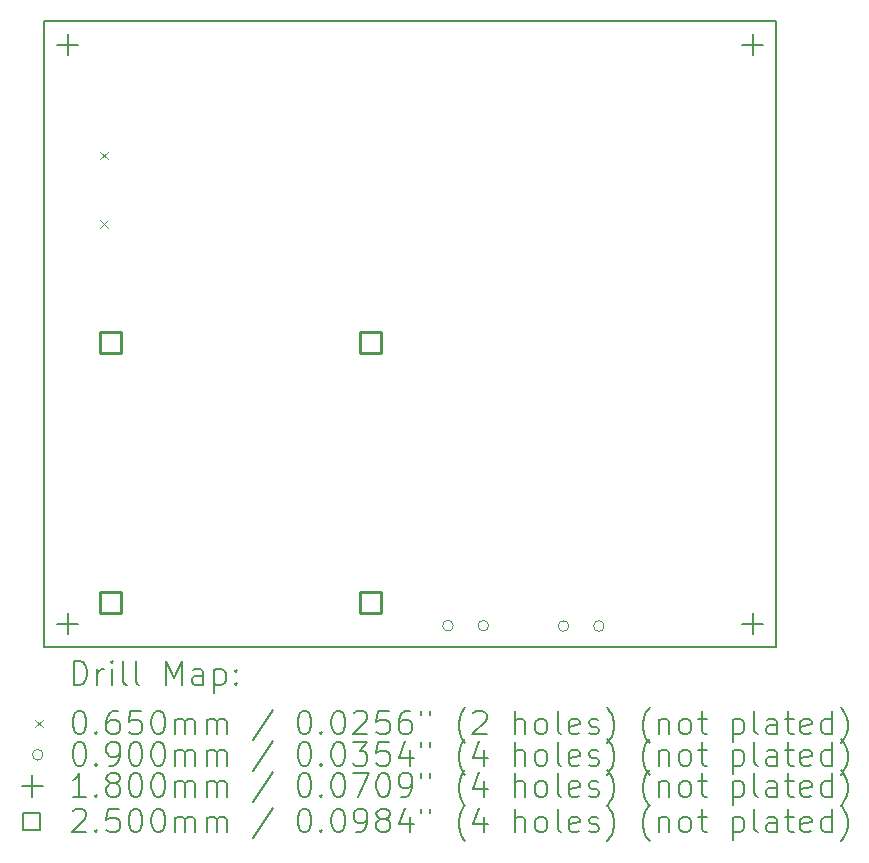
<source format=gbr>
%TF.GenerationSoftware,KiCad,Pcbnew,7.0.8-7.0.8~ubuntu22.04.1*%
%TF.CreationDate,2023-10-19T12:27:00+02:00*%
%TF.ProjectId,PD_Micro,50445f4d-6963-4726-9f2e-6b696361645f,rev?*%
%TF.SameCoordinates,Original*%
%TF.FileFunction,Drillmap*%
%TF.FilePolarity,Positive*%
%FSLAX45Y45*%
G04 Gerber Fmt 4.5, Leading zero omitted, Abs format (unit mm)*
G04 Created by KiCad (PCBNEW 7.0.8-7.0.8~ubuntu22.04.1) date 2023-10-19 12:27:00*
%MOMM*%
%LPD*%
G01*
G04 APERTURE LIST*
%ADD10C,0.150000*%
%ADD11C,0.200000*%
%ADD12C,0.065000*%
%ADD13C,0.090000*%
%ADD14C,0.180000*%
%ADD15C,0.250000*%
G04 APERTURE END LIST*
D10*
X23700000Y-14000000D02*
X17500000Y-14000000D01*
X17500000Y-11000000D01*
X17500000Y-10950400D01*
X17500000Y-9426400D01*
X17500000Y-9326400D01*
X17500000Y-8700000D01*
X23700000Y-8700000D01*
X23700000Y-14000000D01*
D11*
D12*
X17978000Y-9805500D02*
X18043000Y-9870500D01*
X18043000Y-9805500D02*
X17978000Y-9870500D01*
X17978000Y-10383500D02*
X18043000Y-10448500D01*
X18043000Y-10383500D02*
X17978000Y-10448500D01*
D13*
X20965600Y-13817600D02*
G75*
G03*
X20965600Y-13817600I-45000J0D01*
G01*
X21265600Y-13817600D02*
G75*
G03*
X21265600Y-13817600I-45000J0D01*
G01*
X21943500Y-13820900D02*
G75*
G03*
X21943500Y-13820900I-45000J0D01*
G01*
X22243500Y-13820900D02*
G75*
G03*
X22243500Y-13820900I-45000J0D01*
G01*
D14*
X17700000Y-8810000D02*
X17700000Y-8990000D01*
X17610000Y-8900000D02*
X17790000Y-8900000D01*
X17700000Y-13710000D02*
X17700000Y-13890000D01*
X17610000Y-13800000D02*
X17790000Y-13800000D01*
X23500000Y-8810000D02*
X23500000Y-8990000D01*
X23410000Y-8900000D02*
X23590000Y-8900000D01*
X23500000Y-13710000D02*
X23500000Y-13890000D01*
X23410000Y-13800000D02*
X23590000Y-13800000D01*
D15*
X18153989Y-11509989D02*
X18153989Y-11333211D01*
X17977211Y-11333211D01*
X17977211Y-11509989D01*
X18153989Y-11509989D01*
X18153989Y-13709989D02*
X18153989Y-13533211D01*
X17977211Y-13533211D01*
X17977211Y-13709989D01*
X18153989Y-13709989D01*
X20353989Y-11509989D02*
X20353989Y-11333211D01*
X20177211Y-11333211D01*
X20177211Y-11509989D01*
X20353989Y-11509989D01*
X20353989Y-13709989D02*
X20353989Y-13533211D01*
X20177211Y-13533211D01*
X20177211Y-13709989D01*
X20353989Y-13709989D01*
D11*
X17753277Y-14318984D02*
X17753277Y-14118984D01*
X17753277Y-14118984D02*
X17800896Y-14118984D01*
X17800896Y-14118984D02*
X17829467Y-14128508D01*
X17829467Y-14128508D02*
X17848515Y-14147555D01*
X17848515Y-14147555D02*
X17858039Y-14166603D01*
X17858039Y-14166603D02*
X17867563Y-14204698D01*
X17867563Y-14204698D02*
X17867563Y-14233269D01*
X17867563Y-14233269D02*
X17858039Y-14271365D01*
X17858039Y-14271365D02*
X17848515Y-14290412D01*
X17848515Y-14290412D02*
X17829467Y-14309460D01*
X17829467Y-14309460D02*
X17800896Y-14318984D01*
X17800896Y-14318984D02*
X17753277Y-14318984D01*
X17953277Y-14318984D02*
X17953277Y-14185650D01*
X17953277Y-14223746D02*
X17962801Y-14204698D01*
X17962801Y-14204698D02*
X17972324Y-14195174D01*
X17972324Y-14195174D02*
X17991372Y-14185650D01*
X17991372Y-14185650D02*
X18010420Y-14185650D01*
X18077086Y-14318984D02*
X18077086Y-14185650D01*
X18077086Y-14118984D02*
X18067563Y-14128508D01*
X18067563Y-14128508D02*
X18077086Y-14138031D01*
X18077086Y-14138031D02*
X18086610Y-14128508D01*
X18086610Y-14128508D02*
X18077086Y-14118984D01*
X18077086Y-14118984D02*
X18077086Y-14138031D01*
X18200896Y-14318984D02*
X18181848Y-14309460D01*
X18181848Y-14309460D02*
X18172324Y-14290412D01*
X18172324Y-14290412D02*
X18172324Y-14118984D01*
X18305658Y-14318984D02*
X18286610Y-14309460D01*
X18286610Y-14309460D02*
X18277086Y-14290412D01*
X18277086Y-14290412D02*
X18277086Y-14118984D01*
X18534229Y-14318984D02*
X18534229Y-14118984D01*
X18534229Y-14118984D02*
X18600896Y-14261841D01*
X18600896Y-14261841D02*
X18667563Y-14118984D01*
X18667563Y-14118984D02*
X18667563Y-14318984D01*
X18848515Y-14318984D02*
X18848515Y-14214222D01*
X18848515Y-14214222D02*
X18838991Y-14195174D01*
X18838991Y-14195174D02*
X18819944Y-14185650D01*
X18819944Y-14185650D02*
X18781848Y-14185650D01*
X18781848Y-14185650D02*
X18762801Y-14195174D01*
X18848515Y-14309460D02*
X18829467Y-14318984D01*
X18829467Y-14318984D02*
X18781848Y-14318984D01*
X18781848Y-14318984D02*
X18762801Y-14309460D01*
X18762801Y-14309460D02*
X18753277Y-14290412D01*
X18753277Y-14290412D02*
X18753277Y-14271365D01*
X18753277Y-14271365D02*
X18762801Y-14252317D01*
X18762801Y-14252317D02*
X18781848Y-14242793D01*
X18781848Y-14242793D02*
X18829467Y-14242793D01*
X18829467Y-14242793D02*
X18848515Y-14233269D01*
X18943753Y-14185650D02*
X18943753Y-14385650D01*
X18943753Y-14195174D02*
X18962801Y-14185650D01*
X18962801Y-14185650D02*
X19000896Y-14185650D01*
X19000896Y-14185650D02*
X19019944Y-14195174D01*
X19019944Y-14195174D02*
X19029467Y-14204698D01*
X19029467Y-14204698D02*
X19038991Y-14223746D01*
X19038991Y-14223746D02*
X19038991Y-14280888D01*
X19038991Y-14280888D02*
X19029467Y-14299936D01*
X19029467Y-14299936D02*
X19019944Y-14309460D01*
X19019944Y-14309460D02*
X19000896Y-14318984D01*
X19000896Y-14318984D02*
X18962801Y-14318984D01*
X18962801Y-14318984D02*
X18943753Y-14309460D01*
X19124705Y-14299936D02*
X19134229Y-14309460D01*
X19134229Y-14309460D02*
X19124705Y-14318984D01*
X19124705Y-14318984D02*
X19115182Y-14309460D01*
X19115182Y-14309460D02*
X19124705Y-14299936D01*
X19124705Y-14299936D02*
X19124705Y-14318984D01*
X19124705Y-14195174D02*
X19134229Y-14204698D01*
X19134229Y-14204698D02*
X19124705Y-14214222D01*
X19124705Y-14214222D02*
X19115182Y-14204698D01*
X19115182Y-14204698D02*
X19124705Y-14195174D01*
X19124705Y-14195174D02*
X19124705Y-14214222D01*
D12*
X17427500Y-14615000D02*
X17492500Y-14680000D01*
X17492500Y-14615000D02*
X17427500Y-14680000D01*
D11*
X17791372Y-14538984D02*
X17810420Y-14538984D01*
X17810420Y-14538984D02*
X17829467Y-14548508D01*
X17829467Y-14548508D02*
X17838991Y-14558031D01*
X17838991Y-14558031D02*
X17848515Y-14577079D01*
X17848515Y-14577079D02*
X17858039Y-14615174D01*
X17858039Y-14615174D02*
X17858039Y-14662793D01*
X17858039Y-14662793D02*
X17848515Y-14700888D01*
X17848515Y-14700888D02*
X17838991Y-14719936D01*
X17838991Y-14719936D02*
X17829467Y-14729460D01*
X17829467Y-14729460D02*
X17810420Y-14738984D01*
X17810420Y-14738984D02*
X17791372Y-14738984D01*
X17791372Y-14738984D02*
X17772324Y-14729460D01*
X17772324Y-14729460D02*
X17762801Y-14719936D01*
X17762801Y-14719936D02*
X17753277Y-14700888D01*
X17753277Y-14700888D02*
X17743753Y-14662793D01*
X17743753Y-14662793D02*
X17743753Y-14615174D01*
X17743753Y-14615174D02*
X17753277Y-14577079D01*
X17753277Y-14577079D02*
X17762801Y-14558031D01*
X17762801Y-14558031D02*
X17772324Y-14548508D01*
X17772324Y-14548508D02*
X17791372Y-14538984D01*
X17943753Y-14719936D02*
X17953277Y-14729460D01*
X17953277Y-14729460D02*
X17943753Y-14738984D01*
X17943753Y-14738984D02*
X17934229Y-14729460D01*
X17934229Y-14729460D02*
X17943753Y-14719936D01*
X17943753Y-14719936D02*
X17943753Y-14738984D01*
X18124705Y-14538984D02*
X18086610Y-14538984D01*
X18086610Y-14538984D02*
X18067563Y-14548508D01*
X18067563Y-14548508D02*
X18058039Y-14558031D01*
X18058039Y-14558031D02*
X18038991Y-14586603D01*
X18038991Y-14586603D02*
X18029467Y-14624698D01*
X18029467Y-14624698D02*
X18029467Y-14700888D01*
X18029467Y-14700888D02*
X18038991Y-14719936D01*
X18038991Y-14719936D02*
X18048515Y-14729460D01*
X18048515Y-14729460D02*
X18067563Y-14738984D01*
X18067563Y-14738984D02*
X18105658Y-14738984D01*
X18105658Y-14738984D02*
X18124705Y-14729460D01*
X18124705Y-14729460D02*
X18134229Y-14719936D01*
X18134229Y-14719936D02*
X18143753Y-14700888D01*
X18143753Y-14700888D02*
X18143753Y-14653269D01*
X18143753Y-14653269D02*
X18134229Y-14634222D01*
X18134229Y-14634222D02*
X18124705Y-14624698D01*
X18124705Y-14624698D02*
X18105658Y-14615174D01*
X18105658Y-14615174D02*
X18067563Y-14615174D01*
X18067563Y-14615174D02*
X18048515Y-14624698D01*
X18048515Y-14624698D02*
X18038991Y-14634222D01*
X18038991Y-14634222D02*
X18029467Y-14653269D01*
X18324705Y-14538984D02*
X18229467Y-14538984D01*
X18229467Y-14538984D02*
X18219944Y-14634222D01*
X18219944Y-14634222D02*
X18229467Y-14624698D01*
X18229467Y-14624698D02*
X18248515Y-14615174D01*
X18248515Y-14615174D02*
X18296134Y-14615174D01*
X18296134Y-14615174D02*
X18315182Y-14624698D01*
X18315182Y-14624698D02*
X18324705Y-14634222D01*
X18324705Y-14634222D02*
X18334229Y-14653269D01*
X18334229Y-14653269D02*
X18334229Y-14700888D01*
X18334229Y-14700888D02*
X18324705Y-14719936D01*
X18324705Y-14719936D02*
X18315182Y-14729460D01*
X18315182Y-14729460D02*
X18296134Y-14738984D01*
X18296134Y-14738984D02*
X18248515Y-14738984D01*
X18248515Y-14738984D02*
X18229467Y-14729460D01*
X18229467Y-14729460D02*
X18219944Y-14719936D01*
X18458039Y-14538984D02*
X18477086Y-14538984D01*
X18477086Y-14538984D02*
X18496134Y-14548508D01*
X18496134Y-14548508D02*
X18505658Y-14558031D01*
X18505658Y-14558031D02*
X18515182Y-14577079D01*
X18515182Y-14577079D02*
X18524705Y-14615174D01*
X18524705Y-14615174D02*
X18524705Y-14662793D01*
X18524705Y-14662793D02*
X18515182Y-14700888D01*
X18515182Y-14700888D02*
X18505658Y-14719936D01*
X18505658Y-14719936D02*
X18496134Y-14729460D01*
X18496134Y-14729460D02*
X18477086Y-14738984D01*
X18477086Y-14738984D02*
X18458039Y-14738984D01*
X18458039Y-14738984D02*
X18438991Y-14729460D01*
X18438991Y-14729460D02*
X18429467Y-14719936D01*
X18429467Y-14719936D02*
X18419944Y-14700888D01*
X18419944Y-14700888D02*
X18410420Y-14662793D01*
X18410420Y-14662793D02*
X18410420Y-14615174D01*
X18410420Y-14615174D02*
X18419944Y-14577079D01*
X18419944Y-14577079D02*
X18429467Y-14558031D01*
X18429467Y-14558031D02*
X18438991Y-14548508D01*
X18438991Y-14548508D02*
X18458039Y-14538984D01*
X18610420Y-14738984D02*
X18610420Y-14605650D01*
X18610420Y-14624698D02*
X18619944Y-14615174D01*
X18619944Y-14615174D02*
X18638991Y-14605650D01*
X18638991Y-14605650D02*
X18667563Y-14605650D01*
X18667563Y-14605650D02*
X18686610Y-14615174D01*
X18686610Y-14615174D02*
X18696134Y-14634222D01*
X18696134Y-14634222D02*
X18696134Y-14738984D01*
X18696134Y-14634222D02*
X18705658Y-14615174D01*
X18705658Y-14615174D02*
X18724705Y-14605650D01*
X18724705Y-14605650D02*
X18753277Y-14605650D01*
X18753277Y-14605650D02*
X18772325Y-14615174D01*
X18772325Y-14615174D02*
X18781848Y-14634222D01*
X18781848Y-14634222D02*
X18781848Y-14738984D01*
X18877086Y-14738984D02*
X18877086Y-14605650D01*
X18877086Y-14624698D02*
X18886610Y-14615174D01*
X18886610Y-14615174D02*
X18905658Y-14605650D01*
X18905658Y-14605650D02*
X18934229Y-14605650D01*
X18934229Y-14605650D02*
X18953277Y-14615174D01*
X18953277Y-14615174D02*
X18962801Y-14634222D01*
X18962801Y-14634222D02*
X18962801Y-14738984D01*
X18962801Y-14634222D02*
X18972325Y-14615174D01*
X18972325Y-14615174D02*
X18991372Y-14605650D01*
X18991372Y-14605650D02*
X19019944Y-14605650D01*
X19019944Y-14605650D02*
X19038991Y-14615174D01*
X19038991Y-14615174D02*
X19048515Y-14634222D01*
X19048515Y-14634222D02*
X19048515Y-14738984D01*
X19438991Y-14529460D02*
X19267563Y-14786603D01*
X19696134Y-14538984D02*
X19715182Y-14538984D01*
X19715182Y-14538984D02*
X19734229Y-14548508D01*
X19734229Y-14548508D02*
X19743753Y-14558031D01*
X19743753Y-14558031D02*
X19753277Y-14577079D01*
X19753277Y-14577079D02*
X19762801Y-14615174D01*
X19762801Y-14615174D02*
X19762801Y-14662793D01*
X19762801Y-14662793D02*
X19753277Y-14700888D01*
X19753277Y-14700888D02*
X19743753Y-14719936D01*
X19743753Y-14719936D02*
X19734229Y-14729460D01*
X19734229Y-14729460D02*
X19715182Y-14738984D01*
X19715182Y-14738984D02*
X19696134Y-14738984D01*
X19696134Y-14738984D02*
X19677087Y-14729460D01*
X19677087Y-14729460D02*
X19667563Y-14719936D01*
X19667563Y-14719936D02*
X19658039Y-14700888D01*
X19658039Y-14700888D02*
X19648515Y-14662793D01*
X19648515Y-14662793D02*
X19648515Y-14615174D01*
X19648515Y-14615174D02*
X19658039Y-14577079D01*
X19658039Y-14577079D02*
X19667563Y-14558031D01*
X19667563Y-14558031D02*
X19677087Y-14548508D01*
X19677087Y-14548508D02*
X19696134Y-14538984D01*
X19848515Y-14719936D02*
X19858039Y-14729460D01*
X19858039Y-14729460D02*
X19848515Y-14738984D01*
X19848515Y-14738984D02*
X19838991Y-14729460D01*
X19838991Y-14729460D02*
X19848515Y-14719936D01*
X19848515Y-14719936D02*
X19848515Y-14738984D01*
X19981848Y-14538984D02*
X20000896Y-14538984D01*
X20000896Y-14538984D02*
X20019944Y-14548508D01*
X20019944Y-14548508D02*
X20029468Y-14558031D01*
X20029468Y-14558031D02*
X20038991Y-14577079D01*
X20038991Y-14577079D02*
X20048515Y-14615174D01*
X20048515Y-14615174D02*
X20048515Y-14662793D01*
X20048515Y-14662793D02*
X20038991Y-14700888D01*
X20038991Y-14700888D02*
X20029468Y-14719936D01*
X20029468Y-14719936D02*
X20019944Y-14729460D01*
X20019944Y-14729460D02*
X20000896Y-14738984D01*
X20000896Y-14738984D02*
X19981848Y-14738984D01*
X19981848Y-14738984D02*
X19962801Y-14729460D01*
X19962801Y-14729460D02*
X19953277Y-14719936D01*
X19953277Y-14719936D02*
X19943753Y-14700888D01*
X19943753Y-14700888D02*
X19934229Y-14662793D01*
X19934229Y-14662793D02*
X19934229Y-14615174D01*
X19934229Y-14615174D02*
X19943753Y-14577079D01*
X19943753Y-14577079D02*
X19953277Y-14558031D01*
X19953277Y-14558031D02*
X19962801Y-14548508D01*
X19962801Y-14548508D02*
X19981848Y-14538984D01*
X20124706Y-14558031D02*
X20134229Y-14548508D01*
X20134229Y-14548508D02*
X20153277Y-14538984D01*
X20153277Y-14538984D02*
X20200896Y-14538984D01*
X20200896Y-14538984D02*
X20219944Y-14548508D01*
X20219944Y-14548508D02*
X20229468Y-14558031D01*
X20229468Y-14558031D02*
X20238991Y-14577079D01*
X20238991Y-14577079D02*
X20238991Y-14596127D01*
X20238991Y-14596127D02*
X20229468Y-14624698D01*
X20229468Y-14624698D02*
X20115182Y-14738984D01*
X20115182Y-14738984D02*
X20238991Y-14738984D01*
X20419944Y-14538984D02*
X20324706Y-14538984D01*
X20324706Y-14538984D02*
X20315182Y-14634222D01*
X20315182Y-14634222D02*
X20324706Y-14624698D01*
X20324706Y-14624698D02*
X20343753Y-14615174D01*
X20343753Y-14615174D02*
X20391372Y-14615174D01*
X20391372Y-14615174D02*
X20410420Y-14624698D01*
X20410420Y-14624698D02*
X20419944Y-14634222D01*
X20419944Y-14634222D02*
X20429468Y-14653269D01*
X20429468Y-14653269D02*
X20429468Y-14700888D01*
X20429468Y-14700888D02*
X20419944Y-14719936D01*
X20419944Y-14719936D02*
X20410420Y-14729460D01*
X20410420Y-14729460D02*
X20391372Y-14738984D01*
X20391372Y-14738984D02*
X20343753Y-14738984D01*
X20343753Y-14738984D02*
X20324706Y-14729460D01*
X20324706Y-14729460D02*
X20315182Y-14719936D01*
X20600896Y-14538984D02*
X20562801Y-14538984D01*
X20562801Y-14538984D02*
X20543753Y-14548508D01*
X20543753Y-14548508D02*
X20534229Y-14558031D01*
X20534229Y-14558031D02*
X20515182Y-14586603D01*
X20515182Y-14586603D02*
X20505658Y-14624698D01*
X20505658Y-14624698D02*
X20505658Y-14700888D01*
X20505658Y-14700888D02*
X20515182Y-14719936D01*
X20515182Y-14719936D02*
X20524706Y-14729460D01*
X20524706Y-14729460D02*
X20543753Y-14738984D01*
X20543753Y-14738984D02*
X20581849Y-14738984D01*
X20581849Y-14738984D02*
X20600896Y-14729460D01*
X20600896Y-14729460D02*
X20610420Y-14719936D01*
X20610420Y-14719936D02*
X20619944Y-14700888D01*
X20619944Y-14700888D02*
X20619944Y-14653269D01*
X20619944Y-14653269D02*
X20610420Y-14634222D01*
X20610420Y-14634222D02*
X20600896Y-14624698D01*
X20600896Y-14624698D02*
X20581849Y-14615174D01*
X20581849Y-14615174D02*
X20543753Y-14615174D01*
X20543753Y-14615174D02*
X20524706Y-14624698D01*
X20524706Y-14624698D02*
X20515182Y-14634222D01*
X20515182Y-14634222D02*
X20505658Y-14653269D01*
X20696134Y-14538984D02*
X20696134Y-14577079D01*
X20772325Y-14538984D02*
X20772325Y-14577079D01*
X21067563Y-14815174D02*
X21058039Y-14805650D01*
X21058039Y-14805650D02*
X21038991Y-14777079D01*
X21038991Y-14777079D02*
X21029468Y-14758031D01*
X21029468Y-14758031D02*
X21019944Y-14729460D01*
X21019944Y-14729460D02*
X21010420Y-14681841D01*
X21010420Y-14681841D02*
X21010420Y-14643746D01*
X21010420Y-14643746D02*
X21019944Y-14596127D01*
X21019944Y-14596127D02*
X21029468Y-14567555D01*
X21029468Y-14567555D02*
X21038991Y-14548508D01*
X21038991Y-14548508D02*
X21058039Y-14519936D01*
X21058039Y-14519936D02*
X21067563Y-14510412D01*
X21134230Y-14558031D02*
X21143753Y-14548508D01*
X21143753Y-14548508D02*
X21162801Y-14538984D01*
X21162801Y-14538984D02*
X21210420Y-14538984D01*
X21210420Y-14538984D02*
X21229468Y-14548508D01*
X21229468Y-14548508D02*
X21238991Y-14558031D01*
X21238991Y-14558031D02*
X21248515Y-14577079D01*
X21248515Y-14577079D02*
X21248515Y-14596127D01*
X21248515Y-14596127D02*
X21238991Y-14624698D01*
X21238991Y-14624698D02*
X21124706Y-14738984D01*
X21124706Y-14738984D02*
X21248515Y-14738984D01*
X21486611Y-14738984D02*
X21486611Y-14538984D01*
X21572325Y-14738984D02*
X21572325Y-14634222D01*
X21572325Y-14634222D02*
X21562801Y-14615174D01*
X21562801Y-14615174D02*
X21543753Y-14605650D01*
X21543753Y-14605650D02*
X21515182Y-14605650D01*
X21515182Y-14605650D02*
X21496134Y-14615174D01*
X21496134Y-14615174D02*
X21486611Y-14624698D01*
X21696134Y-14738984D02*
X21677087Y-14729460D01*
X21677087Y-14729460D02*
X21667563Y-14719936D01*
X21667563Y-14719936D02*
X21658039Y-14700888D01*
X21658039Y-14700888D02*
X21658039Y-14643746D01*
X21658039Y-14643746D02*
X21667563Y-14624698D01*
X21667563Y-14624698D02*
X21677087Y-14615174D01*
X21677087Y-14615174D02*
X21696134Y-14605650D01*
X21696134Y-14605650D02*
X21724706Y-14605650D01*
X21724706Y-14605650D02*
X21743753Y-14615174D01*
X21743753Y-14615174D02*
X21753277Y-14624698D01*
X21753277Y-14624698D02*
X21762801Y-14643746D01*
X21762801Y-14643746D02*
X21762801Y-14700888D01*
X21762801Y-14700888D02*
X21753277Y-14719936D01*
X21753277Y-14719936D02*
X21743753Y-14729460D01*
X21743753Y-14729460D02*
X21724706Y-14738984D01*
X21724706Y-14738984D02*
X21696134Y-14738984D01*
X21877087Y-14738984D02*
X21858039Y-14729460D01*
X21858039Y-14729460D02*
X21848515Y-14710412D01*
X21848515Y-14710412D02*
X21848515Y-14538984D01*
X22029468Y-14729460D02*
X22010420Y-14738984D01*
X22010420Y-14738984D02*
X21972325Y-14738984D01*
X21972325Y-14738984D02*
X21953277Y-14729460D01*
X21953277Y-14729460D02*
X21943753Y-14710412D01*
X21943753Y-14710412D02*
X21943753Y-14634222D01*
X21943753Y-14634222D02*
X21953277Y-14615174D01*
X21953277Y-14615174D02*
X21972325Y-14605650D01*
X21972325Y-14605650D02*
X22010420Y-14605650D01*
X22010420Y-14605650D02*
X22029468Y-14615174D01*
X22029468Y-14615174D02*
X22038992Y-14634222D01*
X22038992Y-14634222D02*
X22038992Y-14653269D01*
X22038992Y-14653269D02*
X21943753Y-14672317D01*
X22115182Y-14729460D02*
X22134230Y-14738984D01*
X22134230Y-14738984D02*
X22172325Y-14738984D01*
X22172325Y-14738984D02*
X22191373Y-14729460D01*
X22191373Y-14729460D02*
X22200896Y-14710412D01*
X22200896Y-14710412D02*
X22200896Y-14700888D01*
X22200896Y-14700888D02*
X22191373Y-14681841D01*
X22191373Y-14681841D02*
X22172325Y-14672317D01*
X22172325Y-14672317D02*
X22143753Y-14672317D01*
X22143753Y-14672317D02*
X22124706Y-14662793D01*
X22124706Y-14662793D02*
X22115182Y-14643746D01*
X22115182Y-14643746D02*
X22115182Y-14634222D01*
X22115182Y-14634222D02*
X22124706Y-14615174D01*
X22124706Y-14615174D02*
X22143753Y-14605650D01*
X22143753Y-14605650D02*
X22172325Y-14605650D01*
X22172325Y-14605650D02*
X22191373Y-14615174D01*
X22267563Y-14815174D02*
X22277087Y-14805650D01*
X22277087Y-14805650D02*
X22296134Y-14777079D01*
X22296134Y-14777079D02*
X22305658Y-14758031D01*
X22305658Y-14758031D02*
X22315182Y-14729460D01*
X22315182Y-14729460D02*
X22324706Y-14681841D01*
X22324706Y-14681841D02*
X22324706Y-14643746D01*
X22324706Y-14643746D02*
X22315182Y-14596127D01*
X22315182Y-14596127D02*
X22305658Y-14567555D01*
X22305658Y-14567555D02*
X22296134Y-14548508D01*
X22296134Y-14548508D02*
X22277087Y-14519936D01*
X22277087Y-14519936D02*
X22267563Y-14510412D01*
X22629468Y-14815174D02*
X22619944Y-14805650D01*
X22619944Y-14805650D02*
X22600896Y-14777079D01*
X22600896Y-14777079D02*
X22591372Y-14758031D01*
X22591372Y-14758031D02*
X22581849Y-14729460D01*
X22581849Y-14729460D02*
X22572325Y-14681841D01*
X22572325Y-14681841D02*
X22572325Y-14643746D01*
X22572325Y-14643746D02*
X22581849Y-14596127D01*
X22581849Y-14596127D02*
X22591372Y-14567555D01*
X22591372Y-14567555D02*
X22600896Y-14548508D01*
X22600896Y-14548508D02*
X22619944Y-14519936D01*
X22619944Y-14519936D02*
X22629468Y-14510412D01*
X22705658Y-14605650D02*
X22705658Y-14738984D01*
X22705658Y-14624698D02*
X22715182Y-14615174D01*
X22715182Y-14615174D02*
X22734230Y-14605650D01*
X22734230Y-14605650D02*
X22762801Y-14605650D01*
X22762801Y-14605650D02*
X22781849Y-14615174D01*
X22781849Y-14615174D02*
X22791372Y-14634222D01*
X22791372Y-14634222D02*
X22791372Y-14738984D01*
X22915182Y-14738984D02*
X22896134Y-14729460D01*
X22896134Y-14729460D02*
X22886611Y-14719936D01*
X22886611Y-14719936D02*
X22877087Y-14700888D01*
X22877087Y-14700888D02*
X22877087Y-14643746D01*
X22877087Y-14643746D02*
X22886611Y-14624698D01*
X22886611Y-14624698D02*
X22896134Y-14615174D01*
X22896134Y-14615174D02*
X22915182Y-14605650D01*
X22915182Y-14605650D02*
X22943753Y-14605650D01*
X22943753Y-14605650D02*
X22962801Y-14615174D01*
X22962801Y-14615174D02*
X22972325Y-14624698D01*
X22972325Y-14624698D02*
X22981849Y-14643746D01*
X22981849Y-14643746D02*
X22981849Y-14700888D01*
X22981849Y-14700888D02*
X22972325Y-14719936D01*
X22972325Y-14719936D02*
X22962801Y-14729460D01*
X22962801Y-14729460D02*
X22943753Y-14738984D01*
X22943753Y-14738984D02*
X22915182Y-14738984D01*
X23038992Y-14605650D02*
X23115182Y-14605650D01*
X23067563Y-14538984D02*
X23067563Y-14710412D01*
X23067563Y-14710412D02*
X23077087Y-14729460D01*
X23077087Y-14729460D02*
X23096134Y-14738984D01*
X23096134Y-14738984D02*
X23115182Y-14738984D01*
X23334230Y-14605650D02*
X23334230Y-14805650D01*
X23334230Y-14615174D02*
X23353277Y-14605650D01*
X23353277Y-14605650D02*
X23391373Y-14605650D01*
X23391373Y-14605650D02*
X23410420Y-14615174D01*
X23410420Y-14615174D02*
X23419944Y-14624698D01*
X23419944Y-14624698D02*
X23429468Y-14643746D01*
X23429468Y-14643746D02*
X23429468Y-14700888D01*
X23429468Y-14700888D02*
X23419944Y-14719936D01*
X23419944Y-14719936D02*
X23410420Y-14729460D01*
X23410420Y-14729460D02*
X23391373Y-14738984D01*
X23391373Y-14738984D02*
X23353277Y-14738984D01*
X23353277Y-14738984D02*
X23334230Y-14729460D01*
X23543753Y-14738984D02*
X23524706Y-14729460D01*
X23524706Y-14729460D02*
X23515182Y-14710412D01*
X23515182Y-14710412D02*
X23515182Y-14538984D01*
X23705658Y-14738984D02*
X23705658Y-14634222D01*
X23705658Y-14634222D02*
X23696134Y-14615174D01*
X23696134Y-14615174D02*
X23677087Y-14605650D01*
X23677087Y-14605650D02*
X23638992Y-14605650D01*
X23638992Y-14605650D02*
X23619944Y-14615174D01*
X23705658Y-14729460D02*
X23686611Y-14738984D01*
X23686611Y-14738984D02*
X23638992Y-14738984D01*
X23638992Y-14738984D02*
X23619944Y-14729460D01*
X23619944Y-14729460D02*
X23610420Y-14710412D01*
X23610420Y-14710412D02*
X23610420Y-14691365D01*
X23610420Y-14691365D02*
X23619944Y-14672317D01*
X23619944Y-14672317D02*
X23638992Y-14662793D01*
X23638992Y-14662793D02*
X23686611Y-14662793D01*
X23686611Y-14662793D02*
X23705658Y-14653269D01*
X23772325Y-14605650D02*
X23848515Y-14605650D01*
X23800896Y-14538984D02*
X23800896Y-14710412D01*
X23800896Y-14710412D02*
X23810420Y-14729460D01*
X23810420Y-14729460D02*
X23829468Y-14738984D01*
X23829468Y-14738984D02*
X23848515Y-14738984D01*
X23991373Y-14729460D02*
X23972325Y-14738984D01*
X23972325Y-14738984D02*
X23934230Y-14738984D01*
X23934230Y-14738984D02*
X23915182Y-14729460D01*
X23915182Y-14729460D02*
X23905658Y-14710412D01*
X23905658Y-14710412D02*
X23905658Y-14634222D01*
X23905658Y-14634222D02*
X23915182Y-14615174D01*
X23915182Y-14615174D02*
X23934230Y-14605650D01*
X23934230Y-14605650D02*
X23972325Y-14605650D01*
X23972325Y-14605650D02*
X23991373Y-14615174D01*
X23991373Y-14615174D02*
X24000896Y-14634222D01*
X24000896Y-14634222D02*
X24000896Y-14653269D01*
X24000896Y-14653269D02*
X23905658Y-14672317D01*
X24172325Y-14738984D02*
X24172325Y-14538984D01*
X24172325Y-14729460D02*
X24153277Y-14738984D01*
X24153277Y-14738984D02*
X24115182Y-14738984D01*
X24115182Y-14738984D02*
X24096134Y-14729460D01*
X24096134Y-14729460D02*
X24086611Y-14719936D01*
X24086611Y-14719936D02*
X24077087Y-14700888D01*
X24077087Y-14700888D02*
X24077087Y-14643746D01*
X24077087Y-14643746D02*
X24086611Y-14624698D01*
X24086611Y-14624698D02*
X24096134Y-14615174D01*
X24096134Y-14615174D02*
X24115182Y-14605650D01*
X24115182Y-14605650D02*
X24153277Y-14605650D01*
X24153277Y-14605650D02*
X24172325Y-14615174D01*
X24248515Y-14815174D02*
X24258039Y-14805650D01*
X24258039Y-14805650D02*
X24277087Y-14777079D01*
X24277087Y-14777079D02*
X24286611Y-14758031D01*
X24286611Y-14758031D02*
X24296134Y-14729460D01*
X24296134Y-14729460D02*
X24305658Y-14681841D01*
X24305658Y-14681841D02*
X24305658Y-14643746D01*
X24305658Y-14643746D02*
X24296134Y-14596127D01*
X24296134Y-14596127D02*
X24286611Y-14567555D01*
X24286611Y-14567555D02*
X24277087Y-14548508D01*
X24277087Y-14548508D02*
X24258039Y-14519936D01*
X24258039Y-14519936D02*
X24248515Y-14510412D01*
D13*
X17492500Y-14911500D02*
G75*
G03*
X17492500Y-14911500I-45000J0D01*
G01*
D11*
X17791372Y-14802984D02*
X17810420Y-14802984D01*
X17810420Y-14802984D02*
X17829467Y-14812508D01*
X17829467Y-14812508D02*
X17838991Y-14822031D01*
X17838991Y-14822031D02*
X17848515Y-14841079D01*
X17848515Y-14841079D02*
X17858039Y-14879174D01*
X17858039Y-14879174D02*
X17858039Y-14926793D01*
X17858039Y-14926793D02*
X17848515Y-14964888D01*
X17848515Y-14964888D02*
X17838991Y-14983936D01*
X17838991Y-14983936D02*
X17829467Y-14993460D01*
X17829467Y-14993460D02*
X17810420Y-15002984D01*
X17810420Y-15002984D02*
X17791372Y-15002984D01*
X17791372Y-15002984D02*
X17772324Y-14993460D01*
X17772324Y-14993460D02*
X17762801Y-14983936D01*
X17762801Y-14983936D02*
X17753277Y-14964888D01*
X17753277Y-14964888D02*
X17743753Y-14926793D01*
X17743753Y-14926793D02*
X17743753Y-14879174D01*
X17743753Y-14879174D02*
X17753277Y-14841079D01*
X17753277Y-14841079D02*
X17762801Y-14822031D01*
X17762801Y-14822031D02*
X17772324Y-14812508D01*
X17772324Y-14812508D02*
X17791372Y-14802984D01*
X17943753Y-14983936D02*
X17953277Y-14993460D01*
X17953277Y-14993460D02*
X17943753Y-15002984D01*
X17943753Y-15002984D02*
X17934229Y-14993460D01*
X17934229Y-14993460D02*
X17943753Y-14983936D01*
X17943753Y-14983936D02*
X17943753Y-15002984D01*
X18048515Y-15002984D02*
X18086610Y-15002984D01*
X18086610Y-15002984D02*
X18105658Y-14993460D01*
X18105658Y-14993460D02*
X18115182Y-14983936D01*
X18115182Y-14983936D02*
X18134229Y-14955365D01*
X18134229Y-14955365D02*
X18143753Y-14917269D01*
X18143753Y-14917269D02*
X18143753Y-14841079D01*
X18143753Y-14841079D02*
X18134229Y-14822031D01*
X18134229Y-14822031D02*
X18124705Y-14812508D01*
X18124705Y-14812508D02*
X18105658Y-14802984D01*
X18105658Y-14802984D02*
X18067563Y-14802984D01*
X18067563Y-14802984D02*
X18048515Y-14812508D01*
X18048515Y-14812508D02*
X18038991Y-14822031D01*
X18038991Y-14822031D02*
X18029467Y-14841079D01*
X18029467Y-14841079D02*
X18029467Y-14888698D01*
X18029467Y-14888698D02*
X18038991Y-14907746D01*
X18038991Y-14907746D02*
X18048515Y-14917269D01*
X18048515Y-14917269D02*
X18067563Y-14926793D01*
X18067563Y-14926793D02*
X18105658Y-14926793D01*
X18105658Y-14926793D02*
X18124705Y-14917269D01*
X18124705Y-14917269D02*
X18134229Y-14907746D01*
X18134229Y-14907746D02*
X18143753Y-14888698D01*
X18267563Y-14802984D02*
X18286610Y-14802984D01*
X18286610Y-14802984D02*
X18305658Y-14812508D01*
X18305658Y-14812508D02*
X18315182Y-14822031D01*
X18315182Y-14822031D02*
X18324705Y-14841079D01*
X18324705Y-14841079D02*
X18334229Y-14879174D01*
X18334229Y-14879174D02*
X18334229Y-14926793D01*
X18334229Y-14926793D02*
X18324705Y-14964888D01*
X18324705Y-14964888D02*
X18315182Y-14983936D01*
X18315182Y-14983936D02*
X18305658Y-14993460D01*
X18305658Y-14993460D02*
X18286610Y-15002984D01*
X18286610Y-15002984D02*
X18267563Y-15002984D01*
X18267563Y-15002984D02*
X18248515Y-14993460D01*
X18248515Y-14993460D02*
X18238991Y-14983936D01*
X18238991Y-14983936D02*
X18229467Y-14964888D01*
X18229467Y-14964888D02*
X18219944Y-14926793D01*
X18219944Y-14926793D02*
X18219944Y-14879174D01*
X18219944Y-14879174D02*
X18229467Y-14841079D01*
X18229467Y-14841079D02*
X18238991Y-14822031D01*
X18238991Y-14822031D02*
X18248515Y-14812508D01*
X18248515Y-14812508D02*
X18267563Y-14802984D01*
X18458039Y-14802984D02*
X18477086Y-14802984D01*
X18477086Y-14802984D02*
X18496134Y-14812508D01*
X18496134Y-14812508D02*
X18505658Y-14822031D01*
X18505658Y-14822031D02*
X18515182Y-14841079D01*
X18515182Y-14841079D02*
X18524705Y-14879174D01*
X18524705Y-14879174D02*
X18524705Y-14926793D01*
X18524705Y-14926793D02*
X18515182Y-14964888D01*
X18515182Y-14964888D02*
X18505658Y-14983936D01*
X18505658Y-14983936D02*
X18496134Y-14993460D01*
X18496134Y-14993460D02*
X18477086Y-15002984D01*
X18477086Y-15002984D02*
X18458039Y-15002984D01*
X18458039Y-15002984D02*
X18438991Y-14993460D01*
X18438991Y-14993460D02*
X18429467Y-14983936D01*
X18429467Y-14983936D02*
X18419944Y-14964888D01*
X18419944Y-14964888D02*
X18410420Y-14926793D01*
X18410420Y-14926793D02*
X18410420Y-14879174D01*
X18410420Y-14879174D02*
X18419944Y-14841079D01*
X18419944Y-14841079D02*
X18429467Y-14822031D01*
X18429467Y-14822031D02*
X18438991Y-14812508D01*
X18438991Y-14812508D02*
X18458039Y-14802984D01*
X18610420Y-15002984D02*
X18610420Y-14869650D01*
X18610420Y-14888698D02*
X18619944Y-14879174D01*
X18619944Y-14879174D02*
X18638991Y-14869650D01*
X18638991Y-14869650D02*
X18667563Y-14869650D01*
X18667563Y-14869650D02*
X18686610Y-14879174D01*
X18686610Y-14879174D02*
X18696134Y-14898222D01*
X18696134Y-14898222D02*
X18696134Y-15002984D01*
X18696134Y-14898222D02*
X18705658Y-14879174D01*
X18705658Y-14879174D02*
X18724705Y-14869650D01*
X18724705Y-14869650D02*
X18753277Y-14869650D01*
X18753277Y-14869650D02*
X18772325Y-14879174D01*
X18772325Y-14879174D02*
X18781848Y-14898222D01*
X18781848Y-14898222D02*
X18781848Y-15002984D01*
X18877086Y-15002984D02*
X18877086Y-14869650D01*
X18877086Y-14888698D02*
X18886610Y-14879174D01*
X18886610Y-14879174D02*
X18905658Y-14869650D01*
X18905658Y-14869650D02*
X18934229Y-14869650D01*
X18934229Y-14869650D02*
X18953277Y-14879174D01*
X18953277Y-14879174D02*
X18962801Y-14898222D01*
X18962801Y-14898222D02*
X18962801Y-15002984D01*
X18962801Y-14898222D02*
X18972325Y-14879174D01*
X18972325Y-14879174D02*
X18991372Y-14869650D01*
X18991372Y-14869650D02*
X19019944Y-14869650D01*
X19019944Y-14869650D02*
X19038991Y-14879174D01*
X19038991Y-14879174D02*
X19048515Y-14898222D01*
X19048515Y-14898222D02*
X19048515Y-15002984D01*
X19438991Y-14793460D02*
X19267563Y-15050603D01*
X19696134Y-14802984D02*
X19715182Y-14802984D01*
X19715182Y-14802984D02*
X19734229Y-14812508D01*
X19734229Y-14812508D02*
X19743753Y-14822031D01*
X19743753Y-14822031D02*
X19753277Y-14841079D01*
X19753277Y-14841079D02*
X19762801Y-14879174D01*
X19762801Y-14879174D02*
X19762801Y-14926793D01*
X19762801Y-14926793D02*
X19753277Y-14964888D01*
X19753277Y-14964888D02*
X19743753Y-14983936D01*
X19743753Y-14983936D02*
X19734229Y-14993460D01*
X19734229Y-14993460D02*
X19715182Y-15002984D01*
X19715182Y-15002984D02*
X19696134Y-15002984D01*
X19696134Y-15002984D02*
X19677087Y-14993460D01*
X19677087Y-14993460D02*
X19667563Y-14983936D01*
X19667563Y-14983936D02*
X19658039Y-14964888D01*
X19658039Y-14964888D02*
X19648515Y-14926793D01*
X19648515Y-14926793D02*
X19648515Y-14879174D01*
X19648515Y-14879174D02*
X19658039Y-14841079D01*
X19658039Y-14841079D02*
X19667563Y-14822031D01*
X19667563Y-14822031D02*
X19677087Y-14812508D01*
X19677087Y-14812508D02*
X19696134Y-14802984D01*
X19848515Y-14983936D02*
X19858039Y-14993460D01*
X19858039Y-14993460D02*
X19848515Y-15002984D01*
X19848515Y-15002984D02*
X19838991Y-14993460D01*
X19838991Y-14993460D02*
X19848515Y-14983936D01*
X19848515Y-14983936D02*
X19848515Y-15002984D01*
X19981848Y-14802984D02*
X20000896Y-14802984D01*
X20000896Y-14802984D02*
X20019944Y-14812508D01*
X20019944Y-14812508D02*
X20029468Y-14822031D01*
X20029468Y-14822031D02*
X20038991Y-14841079D01*
X20038991Y-14841079D02*
X20048515Y-14879174D01*
X20048515Y-14879174D02*
X20048515Y-14926793D01*
X20048515Y-14926793D02*
X20038991Y-14964888D01*
X20038991Y-14964888D02*
X20029468Y-14983936D01*
X20029468Y-14983936D02*
X20019944Y-14993460D01*
X20019944Y-14993460D02*
X20000896Y-15002984D01*
X20000896Y-15002984D02*
X19981848Y-15002984D01*
X19981848Y-15002984D02*
X19962801Y-14993460D01*
X19962801Y-14993460D02*
X19953277Y-14983936D01*
X19953277Y-14983936D02*
X19943753Y-14964888D01*
X19943753Y-14964888D02*
X19934229Y-14926793D01*
X19934229Y-14926793D02*
X19934229Y-14879174D01*
X19934229Y-14879174D02*
X19943753Y-14841079D01*
X19943753Y-14841079D02*
X19953277Y-14822031D01*
X19953277Y-14822031D02*
X19962801Y-14812508D01*
X19962801Y-14812508D02*
X19981848Y-14802984D01*
X20115182Y-14802984D02*
X20238991Y-14802984D01*
X20238991Y-14802984D02*
X20172325Y-14879174D01*
X20172325Y-14879174D02*
X20200896Y-14879174D01*
X20200896Y-14879174D02*
X20219944Y-14888698D01*
X20219944Y-14888698D02*
X20229468Y-14898222D01*
X20229468Y-14898222D02*
X20238991Y-14917269D01*
X20238991Y-14917269D02*
X20238991Y-14964888D01*
X20238991Y-14964888D02*
X20229468Y-14983936D01*
X20229468Y-14983936D02*
X20219944Y-14993460D01*
X20219944Y-14993460D02*
X20200896Y-15002984D01*
X20200896Y-15002984D02*
X20143753Y-15002984D01*
X20143753Y-15002984D02*
X20124706Y-14993460D01*
X20124706Y-14993460D02*
X20115182Y-14983936D01*
X20419944Y-14802984D02*
X20324706Y-14802984D01*
X20324706Y-14802984D02*
X20315182Y-14898222D01*
X20315182Y-14898222D02*
X20324706Y-14888698D01*
X20324706Y-14888698D02*
X20343753Y-14879174D01*
X20343753Y-14879174D02*
X20391372Y-14879174D01*
X20391372Y-14879174D02*
X20410420Y-14888698D01*
X20410420Y-14888698D02*
X20419944Y-14898222D01*
X20419944Y-14898222D02*
X20429468Y-14917269D01*
X20429468Y-14917269D02*
X20429468Y-14964888D01*
X20429468Y-14964888D02*
X20419944Y-14983936D01*
X20419944Y-14983936D02*
X20410420Y-14993460D01*
X20410420Y-14993460D02*
X20391372Y-15002984D01*
X20391372Y-15002984D02*
X20343753Y-15002984D01*
X20343753Y-15002984D02*
X20324706Y-14993460D01*
X20324706Y-14993460D02*
X20315182Y-14983936D01*
X20600896Y-14869650D02*
X20600896Y-15002984D01*
X20553277Y-14793460D02*
X20505658Y-14936317D01*
X20505658Y-14936317D02*
X20629468Y-14936317D01*
X20696134Y-14802984D02*
X20696134Y-14841079D01*
X20772325Y-14802984D02*
X20772325Y-14841079D01*
X21067563Y-15079174D02*
X21058039Y-15069650D01*
X21058039Y-15069650D02*
X21038991Y-15041079D01*
X21038991Y-15041079D02*
X21029468Y-15022031D01*
X21029468Y-15022031D02*
X21019944Y-14993460D01*
X21019944Y-14993460D02*
X21010420Y-14945841D01*
X21010420Y-14945841D02*
X21010420Y-14907746D01*
X21010420Y-14907746D02*
X21019944Y-14860127D01*
X21019944Y-14860127D02*
X21029468Y-14831555D01*
X21029468Y-14831555D02*
X21038991Y-14812508D01*
X21038991Y-14812508D02*
X21058039Y-14783936D01*
X21058039Y-14783936D02*
X21067563Y-14774412D01*
X21229468Y-14869650D02*
X21229468Y-15002984D01*
X21181849Y-14793460D02*
X21134230Y-14936317D01*
X21134230Y-14936317D02*
X21258039Y-14936317D01*
X21486611Y-15002984D02*
X21486611Y-14802984D01*
X21572325Y-15002984D02*
X21572325Y-14898222D01*
X21572325Y-14898222D02*
X21562801Y-14879174D01*
X21562801Y-14879174D02*
X21543753Y-14869650D01*
X21543753Y-14869650D02*
X21515182Y-14869650D01*
X21515182Y-14869650D02*
X21496134Y-14879174D01*
X21496134Y-14879174D02*
X21486611Y-14888698D01*
X21696134Y-15002984D02*
X21677087Y-14993460D01*
X21677087Y-14993460D02*
X21667563Y-14983936D01*
X21667563Y-14983936D02*
X21658039Y-14964888D01*
X21658039Y-14964888D02*
X21658039Y-14907746D01*
X21658039Y-14907746D02*
X21667563Y-14888698D01*
X21667563Y-14888698D02*
X21677087Y-14879174D01*
X21677087Y-14879174D02*
X21696134Y-14869650D01*
X21696134Y-14869650D02*
X21724706Y-14869650D01*
X21724706Y-14869650D02*
X21743753Y-14879174D01*
X21743753Y-14879174D02*
X21753277Y-14888698D01*
X21753277Y-14888698D02*
X21762801Y-14907746D01*
X21762801Y-14907746D02*
X21762801Y-14964888D01*
X21762801Y-14964888D02*
X21753277Y-14983936D01*
X21753277Y-14983936D02*
X21743753Y-14993460D01*
X21743753Y-14993460D02*
X21724706Y-15002984D01*
X21724706Y-15002984D02*
X21696134Y-15002984D01*
X21877087Y-15002984D02*
X21858039Y-14993460D01*
X21858039Y-14993460D02*
X21848515Y-14974412D01*
X21848515Y-14974412D02*
X21848515Y-14802984D01*
X22029468Y-14993460D02*
X22010420Y-15002984D01*
X22010420Y-15002984D02*
X21972325Y-15002984D01*
X21972325Y-15002984D02*
X21953277Y-14993460D01*
X21953277Y-14993460D02*
X21943753Y-14974412D01*
X21943753Y-14974412D02*
X21943753Y-14898222D01*
X21943753Y-14898222D02*
X21953277Y-14879174D01*
X21953277Y-14879174D02*
X21972325Y-14869650D01*
X21972325Y-14869650D02*
X22010420Y-14869650D01*
X22010420Y-14869650D02*
X22029468Y-14879174D01*
X22029468Y-14879174D02*
X22038992Y-14898222D01*
X22038992Y-14898222D02*
X22038992Y-14917269D01*
X22038992Y-14917269D02*
X21943753Y-14936317D01*
X22115182Y-14993460D02*
X22134230Y-15002984D01*
X22134230Y-15002984D02*
X22172325Y-15002984D01*
X22172325Y-15002984D02*
X22191373Y-14993460D01*
X22191373Y-14993460D02*
X22200896Y-14974412D01*
X22200896Y-14974412D02*
X22200896Y-14964888D01*
X22200896Y-14964888D02*
X22191373Y-14945841D01*
X22191373Y-14945841D02*
X22172325Y-14936317D01*
X22172325Y-14936317D02*
X22143753Y-14936317D01*
X22143753Y-14936317D02*
X22124706Y-14926793D01*
X22124706Y-14926793D02*
X22115182Y-14907746D01*
X22115182Y-14907746D02*
X22115182Y-14898222D01*
X22115182Y-14898222D02*
X22124706Y-14879174D01*
X22124706Y-14879174D02*
X22143753Y-14869650D01*
X22143753Y-14869650D02*
X22172325Y-14869650D01*
X22172325Y-14869650D02*
X22191373Y-14879174D01*
X22267563Y-15079174D02*
X22277087Y-15069650D01*
X22277087Y-15069650D02*
X22296134Y-15041079D01*
X22296134Y-15041079D02*
X22305658Y-15022031D01*
X22305658Y-15022031D02*
X22315182Y-14993460D01*
X22315182Y-14993460D02*
X22324706Y-14945841D01*
X22324706Y-14945841D02*
X22324706Y-14907746D01*
X22324706Y-14907746D02*
X22315182Y-14860127D01*
X22315182Y-14860127D02*
X22305658Y-14831555D01*
X22305658Y-14831555D02*
X22296134Y-14812508D01*
X22296134Y-14812508D02*
X22277087Y-14783936D01*
X22277087Y-14783936D02*
X22267563Y-14774412D01*
X22629468Y-15079174D02*
X22619944Y-15069650D01*
X22619944Y-15069650D02*
X22600896Y-15041079D01*
X22600896Y-15041079D02*
X22591372Y-15022031D01*
X22591372Y-15022031D02*
X22581849Y-14993460D01*
X22581849Y-14993460D02*
X22572325Y-14945841D01*
X22572325Y-14945841D02*
X22572325Y-14907746D01*
X22572325Y-14907746D02*
X22581849Y-14860127D01*
X22581849Y-14860127D02*
X22591372Y-14831555D01*
X22591372Y-14831555D02*
X22600896Y-14812508D01*
X22600896Y-14812508D02*
X22619944Y-14783936D01*
X22619944Y-14783936D02*
X22629468Y-14774412D01*
X22705658Y-14869650D02*
X22705658Y-15002984D01*
X22705658Y-14888698D02*
X22715182Y-14879174D01*
X22715182Y-14879174D02*
X22734230Y-14869650D01*
X22734230Y-14869650D02*
X22762801Y-14869650D01*
X22762801Y-14869650D02*
X22781849Y-14879174D01*
X22781849Y-14879174D02*
X22791372Y-14898222D01*
X22791372Y-14898222D02*
X22791372Y-15002984D01*
X22915182Y-15002984D02*
X22896134Y-14993460D01*
X22896134Y-14993460D02*
X22886611Y-14983936D01*
X22886611Y-14983936D02*
X22877087Y-14964888D01*
X22877087Y-14964888D02*
X22877087Y-14907746D01*
X22877087Y-14907746D02*
X22886611Y-14888698D01*
X22886611Y-14888698D02*
X22896134Y-14879174D01*
X22896134Y-14879174D02*
X22915182Y-14869650D01*
X22915182Y-14869650D02*
X22943753Y-14869650D01*
X22943753Y-14869650D02*
X22962801Y-14879174D01*
X22962801Y-14879174D02*
X22972325Y-14888698D01*
X22972325Y-14888698D02*
X22981849Y-14907746D01*
X22981849Y-14907746D02*
X22981849Y-14964888D01*
X22981849Y-14964888D02*
X22972325Y-14983936D01*
X22972325Y-14983936D02*
X22962801Y-14993460D01*
X22962801Y-14993460D02*
X22943753Y-15002984D01*
X22943753Y-15002984D02*
X22915182Y-15002984D01*
X23038992Y-14869650D02*
X23115182Y-14869650D01*
X23067563Y-14802984D02*
X23067563Y-14974412D01*
X23067563Y-14974412D02*
X23077087Y-14993460D01*
X23077087Y-14993460D02*
X23096134Y-15002984D01*
X23096134Y-15002984D02*
X23115182Y-15002984D01*
X23334230Y-14869650D02*
X23334230Y-15069650D01*
X23334230Y-14879174D02*
X23353277Y-14869650D01*
X23353277Y-14869650D02*
X23391373Y-14869650D01*
X23391373Y-14869650D02*
X23410420Y-14879174D01*
X23410420Y-14879174D02*
X23419944Y-14888698D01*
X23419944Y-14888698D02*
X23429468Y-14907746D01*
X23429468Y-14907746D02*
X23429468Y-14964888D01*
X23429468Y-14964888D02*
X23419944Y-14983936D01*
X23419944Y-14983936D02*
X23410420Y-14993460D01*
X23410420Y-14993460D02*
X23391373Y-15002984D01*
X23391373Y-15002984D02*
X23353277Y-15002984D01*
X23353277Y-15002984D02*
X23334230Y-14993460D01*
X23543753Y-15002984D02*
X23524706Y-14993460D01*
X23524706Y-14993460D02*
X23515182Y-14974412D01*
X23515182Y-14974412D02*
X23515182Y-14802984D01*
X23705658Y-15002984D02*
X23705658Y-14898222D01*
X23705658Y-14898222D02*
X23696134Y-14879174D01*
X23696134Y-14879174D02*
X23677087Y-14869650D01*
X23677087Y-14869650D02*
X23638992Y-14869650D01*
X23638992Y-14869650D02*
X23619944Y-14879174D01*
X23705658Y-14993460D02*
X23686611Y-15002984D01*
X23686611Y-15002984D02*
X23638992Y-15002984D01*
X23638992Y-15002984D02*
X23619944Y-14993460D01*
X23619944Y-14993460D02*
X23610420Y-14974412D01*
X23610420Y-14974412D02*
X23610420Y-14955365D01*
X23610420Y-14955365D02*
X23619944Y-14936317D01*
X23619944Y-14936317D02*
X23638992Y-14926793D01*
X23638992Y-14926793D02*
X23686611Y-14926793D01*
X23686611Y-14926793D02*
X23705658Y-14917269D01*
X23772325Y-14869650D02*
X23848515Y-14869650D01*
X23800896Y-14802984D02*
X23800896Y-14974412D01*
X23800896Y-14974412D02*
X23810420Y-14993460D01*
X23810420Y-14993460D02*
X23829468Y-15002984D01*
X23829468Y-15002984D02*
X23848515Y-15002984D01*
X23991373Y-14993460D02*
X23972325Y-15002984D01*
X23972325Y-15002984D02*
X23934230Y-15002984D01*
X23934230Y-15002984D02*
X23915182Y-14993460D01*
X23915182Y-14993460D02*
X23905658Y-14974412D01*
X23905658Y-14974412D02*
X23905658Y-14898222D01*
X23905658Y-14898222D02*
X23915182Y-14879174D01*
X23915182Y-14879174D02*
X23934230Y-14869650D01*
X23934230Y-14869650D02*
X23972325Y-14869650D01*
X23972325Y-14869650D02*
X23991373Y-14879174D01*
X23991373Y-14879174D02*
X24000896Y-14898222D01*
X24000896Y-14898222D02*
X24000896Y-14917269D01*
X24000896Y-14917269D02*
X23905658Y-14936317D01*
X24172325Y-15002984D02*
X24172325Y-14802984D01*
X24172325Y-14993460D02*
X24153277Y-15002984D01*
X24153277Y-15002984D02*
X24115182Y-15002984D01*
X24115182Y-15002984D02*
X24096134Y-14993460D01*
X24096134Y-14993460D02*
X24086611Y-14983936D01*
X24086611Y-14983936D02*
X24077087Y-14964888D01*
X24077087Y-14964888D02*
X24077087Y-14907746D01*
X24077087Y-14907746D02*
X24086611Y-14888698D01*
X24086611Y-14888698D02*
X24096134Y-14879174D01*
X24096134Y-14879174D02*
X24115182Y-14869650D01*
X24115182Y-14869650D02*
X24153277Y-14869650D01*
X24153277Y-14869650D02*
X24172325Y-14879174D01*
X24248515Y-15079174D02*
X24258039Y-15069650D01*
X24258039Y-15069650D02*
X24277087Y-15041079D01*
X24277087Y-15041079D02*
X24286611Y-15022031D01*
X24286611Y-15022031D02*
X24296134Y-14993460D01*
X24296134Y-14993460D02*
X24305658Y-14945841D01*
X24305658Y-14945841D02*
X24305658Y-14907746D01*
X24305658Y-14907746D02*
X24296134Y-14860127D01*
X24296134Y-14860127D02*
X24286611Y-14831555D01*
X24286611Y-14831555D02*
X24277087Y-14812508D01*
X24277087Y-14812508D02*
X24258039Y-14783936D01*
X24258039Y-14783936D02*
X24248515Y-14774412D01*
D14*
X17402500Y-15085500D02*
X17402500Y-15265500D01*
X17312500Y-15175500D02*
X17492500Y-15175500D01*
D11*
X17858039Y-15266984D02*
X17743753Y-15266984D01*
X17800896Y-15266984D02*
X17800896Y-15066984D01*
X17800896Y-15066984D02*
X17781848Y-15095555D01*
X17781848Y-15095555D02*
X17762801Y-15114603D01*
X17762801Y-15114603D02*
X17743753Y-15124127D01*
X17943753Y-15247936D02*
X17953277Y-15257460D01*
X17953277Y-15257460D02*
X17943753Y-15266984D01*
X17943753Y-15266984D02*
X17934229Y-15257460D01*
X17934229Y-15257460D02*
X17943753Y-15247936D01*
X17943753Y-15247936D02*
X17943753Y-15266984D01*
X18067563Y-15152698D02*
X18048515Y-15143174D01*
X18048515Y-15143174D02*
X18038991Y-15133650D01*
X18038991Y-15133650D02*
X18029467Y-15114603D01*
X18029467Y-15114603D02*
X18029467Y-15105079D01*
X18029467Y-15105079D02*
X18038991Y-15086031D01*
X18038991Y-15086031D02*
X18048515Y-15076508D01*
X18048515Y-15076508D02*
X18067563Y-15066984D01*
X18067563Y-15066984D02*
X18105658Y-15066984D01*
X18105658Y-15066984D02*
X18124705Y-15076508D01*
X18124705Y-15076508D02*
X18134229Y-15086031D01*
X18134229Y-15086031D02*
X18143753Y-15105079D01*
X18143753Y-15105079D02*
X18143753Y-15114603D01*
X18143753Y-15114603D02*
X18134229Y-15133650D01*
X18134229Y-15133650D02*
X18124705Y-15143174D01*
X18124705Y-15143174D02*
X18105658Y-15152698D01*
X18105658Y-15152698D02*
X18067563Y-15152698D01*
X18067563Y-15152698D02*
X18048515Y-15162222D01*
X18048515Y-15162222D02*
X18038991Y-15171746D01*
X18038991Y-15171746D02*
X18029467Y-15190793D01*
X18029467Y-15190793D02*
X18029467Y-15228888D01*
X18029467Y-15228888D02*
X18038991Y-15247936D01*
X18038991Y-15247936D02*
X18048515Y-15257460D01*
X18048515Y-15257460D02*
X18067563Y-15266984D01*
X18067563Y-15266984D02*
X18105658Y-15266984D01*
X18105658Y-15266984D02*
X18124705Y-15257460D01*
X18124705Y-15257460D02*
X18134229Y-15247936D01*
X18134229Y-15247936D02*
X18143753Y-15228888D01*
X18143753Y-15228888D02*
X18143753Y-15190793D01*
X18143753Y-15190793D02*
X18134229Y-15171746D01*
X18134229Y-15171746D02*
X18124705Y-15162222D01*
X18124705Y-15162222D02*
X18105658Y-15152698D01*
X18267563Y-15066984D02*
X18286610Y-15066984D01*
X18286610Y-15066984D02*
X18305658Y-15076508D01*
X18305658Y-15076508D02*
X18315182Y-15086031D01*
X18315182Y-15086031D02*
X18324705Y-15105079D01*
X18324705Y-15105079D02*
X18334229Y-15143174D01*
X18334229Y-15143174D02*
X18334229Y-15190793D01*
X18334229Y-15190793D02*
X18324705Y-15228888D01*
X18324705Y-15228888D02*
X18315182Y-15247936D01*
X18315182Y-15247936D02*
X18305658Y-15257460D01*
X18305658Y-15257460D02*
X18286610Y-15266984D01*
X18286610Y-15266984D02*
X18267563Y-15266984D01*
X18267563Y-15266984D02*
X18248515Y-15257460D01*
X18248515Y-15257460D02*
X18238991Y-15247936D01*
X18238991Y-15247936D02*
X18229467Y-15228888D01*
X18229467Y-15228888D02*
X18219944Y-15190793D01*
X18219944Y-15190793D02*
X18219944Y-15143174D01*
X18219944Y-15143174D02*
X18229467Y-15105079D01*
X18229467Y-15105079D02*
X18238991Y-15086031D01*
X18238991Y-15086031D02*
X18248515Y-15076508D01*
X18248515Y-15076508D02*
X18267563Y-15066984D01*
X18458039Y-15066984D02*
X18477086Y-15066984D01*
X18477086Y-15066984D02*
X18496134Y-15076508D01*
X18496134Y-15076508D02*
X18505658Y-15086031D01*
X18505658Y-15086031D02*
X18515182Y-15105079D01*
X18515182Y-15105079D02*
X18524705Y-15143174D01*
X18524705Y-15143174D02*
X18524705Y-15190793D01*
X18524705Y-15190793D02*
X18515182Y-15228888D01*
X18515182Y-15228888D02*
X18505658Y-15247936D01*
X18505658Y-15247936D02*
X18496134Y-15257460D01*
X18496134Y-15257460D02*
X18477086Y-15266984D01*
X18477086Y-15266984D02*
X18458039Y-15266984D01*
X18458039Y-15266984D02*
X18438991Y-15257460D01*
X18438991Y-15257460D02*
X18429467Y-15247936D01*
X18429467Y-15247936D02*
X18419944Y-15228888D01*
X18419944Y-15228888D02*
X18410420Y-15190793D01*
X18410420Y-15190793D02*
X18410420Y-15143174D01*
X18410420Y-15143174D02*
X18419944Y-15105079D01*
X18419944Y-15105079D02*
X18429467Y-15086031D01*
X18429467Y-15086031D02*
X18438991Y-15076508D01*
X18438991Y-15076508D02*
X18458039Y-15066984D01*
X18610420Y-15266984D02*
X18610420Y-15133650D01*
X18610420Y-15152698D02*
X18619944Y-15143174D01*
X18619944Y-15143174D02*
X18638991Y-15133650D01*
X18638991Y-15133650D02*
X18667563Y-15133650D01*
X18667563Y-15133650D02*
X18686610Y-15143174D01*
X18686610Y-15143174D02*
X18696134Y-15162222D01*
X18696134Y-15162222D02*
X18696134Y-15266984D01*
X18696134Y-15162222D02*
X18705658Y-15143174D01*
X18705658Y-15143174D02*
X18724705Y-15133650D01*
X18724705Y-15133650D02*
X18753277Y-15133650D01*
X18753277Y-15133650D02*
X18772325Y-15143174D01*
X18772325Y-15143174D02*
X18781848Y-15162222D01*
X18781848Y-15162222D02*
X18781848Y-15266984D01*
X18877086Y-15266984D02*
X18877086Y-15133650D01*
X18877086Y-15152698D02*
X18886610Y-15143174D01*
X18886610Y-15143174D02*
X18905658Y-15133650D01*
X18905658Y-15133650D02*
X18934229Y-15133650D01*
X18934229Y-15133650D02*
X18953277Y-15143174D01*
X18953277Y-15143174D02*
X18962801Y-15162222D01*
X18962801Y-15162222D02*
X18962801Y-15266984D01*
X18962801Y-15162222D02*
X18972325Y-15143174D01*
X18972325Y-15143174D02*
X18991372Y-15133650D01*
X18991372Y-15133650D02*
X19019944Y-15133650D01*
X19019944Y-15133650D02*
X19038991Y-15143174D01*
X19038991Y-15143174D02*
X19048515Y-15162222D01*
X19048515Y-15162222D02*
X19048515Y-15266984D01*
X19438991Y-15057460D02*
X19267563Y-15314603D01*
X19696134Y-15066984D02*
X19715182Y-15066984D01*
X19715182Y-15066984D02*
X19734229Y-15076508D01*
X19734229Y-15076508D02*
X19743753Y-15086031D01*
X19743753Y-15086031D02*
X19753277Y-15105079D01*
X19753277Y-15105079D02*
X19762801Y-15143174D01*
X19762801Y-15143174D02*
X19762801Y-15190793D01*
X19762801Y-15190793D02*
X19753277Y-15228888D01*
X19753277Y-15228888D02*
X19743753Y-15247936D01*
X19743753Y-15247936D02*
X19734229Y-15257460D01*
X19734229Y-15257460D02*
X19715182Y-15266984D01*
X19715182Y-15266984D02*
X19696134Y-15266984D01*
X19696134Y-15266984D02*
X19677087Y-15257460D01*
X19677087Y-15257460D02*
X19667563Y-15247936D01*
X19667563Y-15247936D02*
X19658039Y-15228888D01*
X19658039Y-15228888D02*
X19648515Y-15190793D01*
X19648515Y-15190793D02*
X19648515Y-15143174D01*
X19648515Y-15143174D02*
X19658039Y-15105079D01*
X19658039Y-15105079D02*
X19667563Y-15086031D01*
X19667563Y-15086031D02*
X19677087Y-15076508D01*
X19677087Y-15076508D02*
X19696134Y-15066984D01*
X19848515Y-15247936D02*
X19858039Y-15257460D01*
X19858039Y-15257460D02*
X19848515Y-15266984D01*
X19848515Y-15266984D02*
X19838991Y-15257460D01*
X19838991Y-15257460D02*
X19848515Y-15247936D01*
X19848515Y-15247936D02*
X19848515Y-15266984D01*
X19981848Y-15066984D02*
X20000896Y-15066984D01*
X20000896Y-15066984D02*
X20019944Y-15076508D01*
X20019944Y-15076508D02*
X20029468Y-15086031D01*
X20029468Y-15086031D02*
X20038991Y-15105079D01*
X20038991Y-15105079D02*
X20048515Y-15143174D01*
X20048515Y-15143174D02*
X20048515Y-15190793D01*
X20048515Y-15190793D02*
X20038991Y-15228888D01*
X20038991Y-15228888D02*
X20029468Y-15247936D01*
X20029468Y-15247936D02*
X20019944Y-15257460D01*
X20019944Y-15257460D02*
X20000896Y-15266984D01*
X20000896Y-15266984D02*
X19981848Y-15266984D01*
X19981848Y-15266984D02*
X19962801Y-15257460D01*
X19962801Y-15257460D02*
X19953277Y-15247936D01*
X19953277Y-15247936D02*
X19943753Y-15228888D01*
X19943753Y-15228888D02*
X19934229Y-15190793D01*
X19934229Y-15190793D02*
X19934229Y-15143174D01*
X19934229Y-15143174D02*
X19943753Y-15105079D01*
X19943753Y-15105079D02*
X19953277Y-15086031D01*
X19953277Y-15086031D02*
X19962801Y-15076508D01*
X19962801Y-15076508D02*
X19981848Y-15066984D01*
X20115182Y-15066984D02*
X20248515Y-15066984D01*
X20248515Y-15066984D02*
X20162801Y-15266984D01*
X20362801Y-15066984D02*
X20381849Y-15066984D01*
X20381849Y-15066984D02*
X20400896Y-15076508D01*
X20400896Y-15076508D02*
X20410420Y-15086031D01*
X20410420Y-15086031D02*
X20419944Y-15105079D01*
X20419944Y-15105079D02*
X20429468Y-15143174D01*
X20429468Y-15143174D02*
X20429468Y-15190793D01*
X20429468Y-15190793D02*
X20419944Y-15228888D01*
X20419944Y-15228888D02*
X20410420Y-15247936D01*
X20410420Y-15247936D02*
X20400896Y-15257460D01*
X20400896Y-15257460D02*
X20381849Y-15266984D01*
X20381849Y-15266984D02*
X20362801Y-15266984D01*
X20362801Y-15266984D02*
X20343753Y-15257460D01*
X20343753Y-15257460D02*
X20334229Y-15247936D01*
X20334229Y-15247936D02*
X20324706Y-15228888D01*
X20324706Y-15228888D02*
X20315182Y-15190793D01*
X20315182Y-15190793D02*
X20315182Y-15143174D01*
X20315182Y-15143174D02*
X20324706Y-15105079D01*
X20324706Y-15105079D02*
X20334229Y-15086031D01*
X20334229Y-15086031D02*
X20343753Y-15076508D01*
X20343753Y-15076508D02*
X20362801Y-15066984D01*
X20524706Y-15266984D02*
X20562801Y-15266984D01*
X20562801Y-15266984D02*
X20581849Y-15257460D01*
X20581849Y-15257460D02*
X20591372Y-15247936D01*
X20591372Y-15247936D02*
X20610420Y-15219365D01*
X20610420Y-15219365D02*
X20619944Y-15181269D01*
X20619944Y-15181269D02*
X20619944Y-15105079D01*
X20619944Y-15105079D02*
X20610420Y-15086031D01*
X20610420Y-15086031D02*
X20600896Y-15076508D01*
X20600896Y-15076508D02*
X20581849Y-15066984D01*
X20581849Y-15066984D02*
X20543753Y-15066984D01*
X20543753Y-15066984D02*
X20524706Y-15076508D01*
X20524706Y-15076508D02*
X20515182Y-15086031D01*
X20515182Y-15086031D02*
X20505658Y-15105079D01*
X20505658Y-15105079D02*
X20505658Y-15152698D01*
X20505658Y-15152698D02*
X20515182Y-15171746D01*
X20515182Y-15171746D02*
X20524706Y-15181269D01*
X20524706Y-15181269D02*
X20543753Y-15190793D01*
X20543753Y-15190793D02*
X20581849Y-15190793D01*
X20581849Y-15190793D02*
X20600896Y-15181269D01*
X20600896Y-15181269D02*
X20610420Y-15171746D01*
X20610420Y-15171746D02*
X20619944Y-15152698D01*
X20696134Y-15066984D02*
X20696134Y-15105079D01*
X20772325Y-15066984D02*
X20772325Y-15105079D01*
X21067563Y-15343174D02*
X21058039Y-15333650D01*
X21058039Y-15333650D02*
X21038991Y-15305079D01*
X21038991Y-15305079D02*
X21029468Y-15286031D01*
X21029468Y-15286031D02*
X21019944Y-15257460D01*
X21019944Y-15257460D02*
X21010420Y-15209841D01*
X21010420Y-15209841D02*
X21010420Y-15171746D01*
X21010420Y-15171746D02*
X21019944Y-15124127D01*
X21019944Y-15124127D02*
X21029468Y-15095555D01*
X21029468Y-15095555D02*
X21038991Y-15076508D01*
X21038991Y-15076508D02*
X21058039Y-15047936D01*
X21058039Y-15047936D02*
X21067563Y-15038412D01*
X21229468Y-15133650D02*
X21229468Y-15266984D01*
X21181849Y-15057460D02*
X21134230Y-15200317D01*
X21134230Y-15200317D02*
X21258039Y-15200317D01*
X21486611Y-15266984D02*
X21486611Y-15066984D01*
X21572325Y-15266984D02*
X21572325Y-15162222D01*
X21572325Y-15162222D02*
X21562801Y-15143174D01*
X21562801Y-15143174D02*
X21543753Y-15133650D01*
X21543753Y-15133650D02*
X21515182Y-15133650D01*
X21515182Y-15133650D02*
X21496134Y-15143174D01*
X21496134Y-15143174D02*
X21486611Y-15152698D01*
X21696134Y-15266984D02*
X21677087Y-15257460D01*
X21677087Y-15257460D02*
X21667563Y-15247936D01*
X21667563Y-15247936D02*
X21658039Y-15228888D01*
X21658039Y-15228888D02*
X21658039Y-15171746D01*
X21658039Y-15171746D02*
X21667563Y-15152698D01*
X21667563Y-15152698D02*
X21677087Y-15143174D01*
X21677087Y-15143174D02*
X21696134Y-15133650D01*
X21696134Y-15133650D02*
X21724706Y-15133650D01*
X21724706Y-15133650D02*
X21743753Y-15143174D01*
X21743753Y-15143174D02*
X21753277Y-15152698D01*
X21753277Y-15152698D02*
X21762801Y-15171746D01*
X21762801Y-15171746D02*
X21762801Y-15228888D01*
X21762801Y-15228888D02*
X21753277Y-15247936D01*
X21753277Y-15247936D02*
X21743753Y-15257460D01*
X21743753Y-15257460D02*
X21724706Y-15266984D01*
X21724706Y-15266984D02*
X21696134Y-15266984D01*
X21877087Y-15266984D02*
X21858039Y-15257460D01*
X21858039Y-15257460D02*
X21848515Y-15238412D01*
X21848515Y-15238412D02*
X21848515Y-15066984D01*
X22029468Y-15257460D02*
X22010420Y-15266984D01*
X22010420Y-15266984D02*
X21972325Y-15266984D01*
X21972325Y-15266984D02*
X21953277Y-15257460D01*
X21953277Y-15257460D02*
X21943753Y-15238412D01*
X21943753Y-15238412D02*
X21943753Y-15162222D01*
X21943753Y-15162222D02*
X21953277Y-15143174D01*
X21953277Y-15143174D02*
X21972325Y-15133650D01*
X21972325Y-15133650D02*
X22010420Y-15133650D01*
X22010420Y-15133650D02*
X22029468Y-15143174D01*
X22029468Y-15143174D02*
X22038992Y-15162222D01*
X22038992Y-15162222D02*
X22038992Y-15181269D01*
X22038992Y-15181269D02*
X21943753Y-15200317D01*
X22115182Y-15257460D02*
X22134230Y-15266984D01*
X22134230Y-15266984D02*
X22172325Y-15266984D01*
X22172325Y-15266984D02*
X22191373Y-15257460D01*
X22191373Y-15257460D02*
X22200896Y-15238412D01*
X22200896Y-15238412D02*
X22200896Y-15228888D01*
X22200896Y-15228888D02*
X22191373Y-15209841D01*
X22191373Y-15209841D02*
X22172325Y-15200317D01*
X22172325Y-15200317D02*
X22143753Y-15200317D01*
X22143753Y-15200317D02*
X22124706Y-15190793D01*
X22124706Y-15190793D02*
X22115182Y-15171746D01*
X22115182Y-15171746D02*
X22115182Y-15162222D01*
X22115182Y-15162222D02*
X22124706Y-15143174D01*
X22124706Y-15143174D02*
X22143753Y-15133650D01*
X22143753Y-15133650D02*
X22172325Y-15133650D01*
X22172325Y-15133650D02*
X22191373Y-15143174D01*
X22267563Y-15343174D02*
X22277087Y-15333650D01*
X22277087Y-15333650D02*
X22296134Y-15305079D01*
X22296134Y-15305079D02*
X22305658Y-15286031D01*
X22305658Y-15286031D02*
X22315182Y-15257460D01*
X22315182Y-15257460D02*
X22324706Y-15209841D01*
X22324706Y-15209841D02*
X22324706Y-15171746D01*
X22324706Y-15171746D02*
X22315182Y-15124127D01*
X22315182Y-15124127D02*
X22305658Y-15095555D01*
X22305658Y-15095555D02*
X22296134Y-15076508D01*
X22296134Y-15076508D02*
X22277087Y-15047936D01*
X22277087Y-15047936D02*
X22267563Y-15038412D01*
X22629468Y-15343174D02*
X22619944Y-15333650D01*
X22619944Y-15333650D02*
X22600896Y-15305079D01*
X22600896Y-15305079D02*
X22591372Y-15286031D01*
X22591372Y-15286031D02*
X22581849Y-15257460D01*
X22581849Y-15257460D02*
X22572325Y-15209841D01*
X22572325Y-15209841D02*
X22572325Y-15171746D01*
X22572325Y-15171746D02*
X22581849Y-15124127D01*
X22581849Y-15124127D02*
X22591372Y-15095555D01*
X22591372Y-15095555D02*
X22600896Y-15076508D01*
X22600896Y-15076508D02*
X22619944Y-15047936D01*
X22619944Y-15047936D02*
X22629468Y-15038412D01*
X22705658Y-15133650D02*
X22705658Y-15266984D01*
X22705658Y-15152698D02*
X22715182Y-15143174D01*
X22715182Y-15143174D02*
X22734230Y-15133650D01*
X22734230Y-15133650D02*
X22762801Y-15133650D01*
X22762801Y-15133650D02*
X22781849Y-15143174D01*
X22781849Y-15143174D02*
X22791372Y-15162222D01*
X22791372Y-15162222D02*
X22791372Y-15266984D01*
X22915182Y-15266984D02*
X22896134Y-15257460D01*
X22896134Y-15257460D02*
X22886611Y-15247936D01*
X22886611Y-15247936D02*
X22877087Y-15228888D01*
X22877087Y-15228888D02*
X22877087Y-15171746D01*
X22877087Y-15171746D02*
X22886611Y-15152698D01*
X22886611Y-15152698D02*
X22896134Y-15143174D01*
X22896134Y-15143174D02*
X22915182Y-15133650D01*
X22915182Y-15133650D02*
X22943753Y-15133650D01*
X22943753Y-15133650D02*
X22962801Y-15143174D01*
X22962801Y-15143174D02*
X22972325Y-15152698D01*
X22972325Y-15152698D02*
X22981849Y-15171746D01*
X22981849Y-15171746D02*
X22981849Y-15228888D01*
X22981849Y-15228888D02*
X22972325Y-15247936D01*
X22972325Y-15247936D02*
X22962801Y-15257460D01*
X22962801Y-15257460D02*
X22943753Y-15266984D01*
X22943753Y-15266984D02*
X22915182Y-15266984D01*
X23038992Y-15133650D02*
X23115182Y-15133650D01*
X23067563Y-15066984D02*
X23067563Y-15238412D01*
X23067563Y-15238412D02*
X23077087Y-15257460D01*
X23077087Y-15257460D02*
X23096134Y-15266984D01*
X23096134Y-15266984D02*
X23115182Y-15266984D01*
X23334230Y-15133650D02*
X23334230Y-15333650D01*
X23334230Y-15143174D02*
X23353277Y-15133650D01*
X23353277Y-15133650D02*
X23391373Y-15133650D01*
X23391373Y-15133650D02*
X23410420Y-15143174D01*
X23410420Y-15143174D02*
X23419944Y-15152698D01*
X23419944Y-15152698D02*
X23429468Y-15171746D01*
X23429468Y-15171746D02*
X23429468Y-15228888D01*
X23429468Y-15228888D02*
X23419944Y-15247936D01*
X23419944Y-15247936D02*
X23410420Y-15257460D01*
X23410420Y-15257460D02*
X23391373Y-15266984D01*
X23391373Y-15266984D02*
X23353277Y-15266984D01*
X23353277Y-15266984D02*
X23334230Y-15257460D01*
X23543753Y-15266984D02*
X23524706Y-15257460D01*
X23524706Y-15257460D02*
X23515182Y-15238412D01*
X23515182Y-15238412D02*
X23515182Y-15066984D01*
X23705658Y-15266984D02*
X23705658Y-15162222D01*
X23705658Y-15162222D02*
X23696134Y-15143174D01*
X23696134Y-15143174D02*
X23677087Y-15133650D01*
X23677087Y-15133650D02*
X23638992Y-15133650D01*
X23638992Y-15133650D02*
X23619944Y-15143174D01*
X23705658Y-15257460D02*
X23686611Y-15266984D01*
X23686611Y-15266984D02*
X23638992Y-15266984D01*
X23638992Y-15266984D02*
X23619944Y-15257460D01*
X23619944Y-15257460D02*
X23610420Y-15238412D01*
X23610420Y-15238412D02*
X23610420Y-15219365D01*
X23610420Y-15219365D02*
X23619944Y-15200317D01*
X23619944Y-15200317D02*
X23638992Y-15190793D01*
X23638992Y-15190793D02*
X23686611Y-15190793D01*
X23686611Y-15190793D02*
X23705658Y-15181269D01*
X23772325Y-15133650D02*
X23848515Y-15133650D01*
X23800896Y-15066984D02*
X23800896Y-15238412D01*
X23800896Y-15238412D02*
X23810420Y-15257460D01*
X23810420Y-15257460D02*
X23829468Y-15266984D01*
X23829468Y-15266984D02*
X23848515Y-15266984D01*
X23991373Y-15257460D02*
X23972325Y-15266984D01*
X23972325Y-15266984D02*
X23934230Y-15266984D01*
X23934230Y-15266984D02*
X23915182Y-15257460D01*
X23915182Y-15257460D02*
X23905658Y-15238412D01*
X23905658Y-15238412D02*
X23905658Y-15162222D01*
X23905658Y-15162222D02*
X23915182Y-15143174D01*
X23915182Y-15143174D02*
X23934230Y-15133650D01*
X23934230Y-15133650D02*
X23972325Y-15133650D01*
X23972325Y-15133650D02*
X23991373Y-15143174D01*
X23991373Y-15143174D02*
X24000896Y-15162222D01*
X24000896Y-15162222D02*
X24000896Y-15181269D01*
X24000896Y-15181269D02*
X23905658Y-15200317D01*
X24172325Y-15266984D02*
X24172325Y-15066984D01*
X24172325Y-15257460D02*
X24153277Y-15266984D01*
X24153277Y-15266984D02*
X24115182Y-15266984D01*
X24115182Y-15266984D02*
X24096134Y-15257460D01*
X24096134Y-15257460D02*
X24086611Y-15247936D01*
X24086611Y-15247936D02*
X24077087Y-15228888D01*
X24077087Y-15228888D02*
X24077087Y-15171746D01*
X24077087Y-15171746D02*
X24086611Y-15152698D01*
X24086611Y-15152698D02*
X24096134Y-15143174D01*
X24096134Y-15143174D02*
X24115182Y-15133650D01*
X24115182Y-15133650D02*
X24153277Y-15133650D01*
X24153277Y-15133650D02*
X24172325Y-15143174D01*
X24248515Y-15343174D02*
X24258039Y-15333650D01*
X24258039Y-15333650D02*
X24277087Y-15305079D01*
X24277087Y-15305079D02*
X24286611Y-15286031D01*
X24286611Y-15286031D02*
X24296134Y-15257460D01*
X24296134Y-15257460D02*
X24305658Y-15209841D01*
X24305658Y-15209841D02*
X24305658Y-15171746D01*
X24305658Y-15171746D02*
X24296134Y-15124127D01*
X24296134Y-15124127D02*
X24286611Y-15095555D01*
X24286611Y-15095555D02*
X24277087Y-15076508D01*
X24277087Y-15076508D02*
X24258039Y-15047936D01*
X24258039Y-15047936D02*
X24248515Y-15038412D01*
X17463211Y-15546211D02*
X17463211Y-15404789D01*
X17321789Y-15404789D01*
X17321789Y-15546211D01*
X17463211Y-15546211D01*
X17743753Y-15386031D02*
X17753277Y-15376508D01*
X17753277Y-15376508D02*
X17772324Y-15366984D01*
X17772324Y-15366984D02*
X17819944Y-15366984D01*
X17819944Y-15366984D02*
X17838991Y-15376508D01*
X17838991Y-15376508D02*
X17848515Y-15386031D01*
X17848515Y-15386031D02*
X17858039Y-15405079D01*
X17858039Y-15405079D02*
X17858039Y-15424127D01*
X17858039Y-15424127D02*
X17848515Y-15452698D01*
X17848515Y-15452698D02*
X17734229Y-15566984D01*
X17734229Y-15566984D02*
X17858039Y-15566984D01*
X17943753Y-15547936D02*
X17953277Y-15557460D01*
X17953277Y-15557460D02*
X17943753Y-15566984D01*
X17943753Y-15566984D02*
X17934229Y-15557460D01*
X17934229Y-15557460D02*
X17943753Y-15547936D01*
X17943753Y-15547936D02*
X17943753Y-15566984D01*
X18134229Y-15366984D02*
X18038991Y-15366984D01*
X18038991Y-15366984D02*
X18029467Y-15462222D01*
X18029467Y-15462222D02*
X18038991Y-15452698D01*
X18038991Y-15452698D02*
X18058039Y-15443174D01*
X18058039Y-15443174D02*
X18105658Y-15443174D01*
X18105658Y-15443174D02*
X18124705Y-15452698D01*
X18124705Y-15452698D02*
X18134229Y-15462222D01*
X18134229Y-15462222D02*
X18143753Y-15481269D01*
X18143753Y-15481269D02*
X18143753Y-15528888D01*
X18143753Y-15528888D02*
X18134229Y-15547936D01*
X18134229Y-15547936D02*
X18124705Y-15557460D01*
X18124705Y-15557460D02*
X18105658Y-15566984D01*
X18105658Y-15566984D02*
X18058039Y-15566984D01*
X18058039Y-15566984D02*
X18038991Y-15557460D01*
X18038991Y-15557460D02*
X18029467Y-15547936D01*
X18267563Y-15366984D02*
X18286610Y-15366984D01*
X18286610Y-15366984D02*
X18305658Y-15376508D01*
X18305658Y-15376508D02*
X18315182Y-15386031D01*
X18315182Y-15386031D02*
X18324705Y-15405079D01*
X18324705Y-15405079D02*
X18334229Y-15443174D01*
X18334229Y-15443174D02*
X18334229Y-15490793D01*
X18334229Y-15490793D02*
X18324705Y-15528888D01*
X18324705Y-15528888D02*
X18315182Y-15547936D01*
X18315182Y-15547936D02*
X18305658Y-15557460D01*
X18305658Y-15557460D02*
X18286610Y-15566984D01*
X18286610Y-15566984D02*
X18267563Y-15566984D01*
X18267563Y-15566984D02*
X18248515Y-15557460D01*
X18248515Y-15557460D02*
X18238991Y-15547936D01*
X18238991Y-15547936D02*
X18229467Y-15528888D01*
X18229467Y-15528888D02*
X18219944Y-15490793D01*
X18219944Y-15490793D02*
X18219944Y-15443174D01*
X18219944Y-15443174D02*
X18229467Y-15405079D01*
X18229467Y-15405079D02*
X18238991Y-15386031D01*
X18238991Y-15386031D02*
X18248515Y-15376508D01*
X18248515Y-15376508D02*
X18267563Y-15366984D01*
X18458039Y-15366984D02*
X18477086Y-15366984D01*
X18477086Y-15366984D02*
X18496134Y-15376508D01*
X18496134Y-15376508D02*
X18505658Y-15386031D01*
X18505658Y-15386031D02*
X18515182Y-15405079D01*
X18515182Y-15405079D02*
X18524705Y-15443174D01*
X18524705Y-15443174D02*
X18524705Y-15490793D01*
X18524705Y-15490793D02*
X18515182Y-15528888D01*
X18515182Y-15528888D02*
X18505658Y-15547936D01*
X18505658Y-15547936D02*
X18496134Y-15557460D01*
X18496134Y-15557460D02*
X18477086Y-15566984D01*
X18477086Y-15566984D02*
X18458039Y-15566984D01*
X18458039Y-15566984D02*
X18438991Y-15557460D01*
X18438991Y-15557460D02*
X18429467Y-15547936D01*
X18429467Y-15547936D02*
X18419944Y-15528888D01*
X18419944Y-15528888D02*
X18410420Y-15490793D01*
X18410420Y-15490793D02*
X18410420Y-15443174D01*
X18410420Y-15443174D02*
X18419944Y-15405079D01*
X18419944Y-15405079D02*
X18429467Y-15386031D01*
X18429467Y-15386031D02*
X18438991Y-15376508D01*
X18438991Y-15376508D02*
X18458039Y-15366984D01*
X18610420Y-15566984D02*
X18610420Y-15433650D01*
X18610420Y-15452698D02*
X18619944Y-15443174D01*
X18619944Y-15443174D02*
X18638991Y-15433650D01*
X18638991Y-15433650D02*
X18667563Y-15433650D01*
X18667563Y-15433650D02*
X18686610Y-15443174D01*
X18686610Y-15443174D02*
X18696134Y-15462222D01*
X18696134Y-15462222D02*
X18696134Y-15566984D01*
X18696134Y-15462222D02*
X18705658Y-15443174D01*
X18705658Y-15443174D02*
X18724705Y-15433650D01*
X18724705Y-15433650D02*
X18753277Y-15433650D01*
X18753277Y-15433650D02*
X18772325Y-15443174D01*
X18772325Y-15443174D02*
X18781848Y-15462222D01*
X18781848Y-15462222D02*
X18781848Y-15566984D01*
X18877086Y-15566984D02*
X18877086Y-15433650D01*
X18877086Y-15452698D02*
X18886610Y-15443174D01*
X18886610Y-15443174D02*
X18905658Y-15433650D01*
X18905658Y-15433650D02*
X18934229Y-15433650D01*
X18934229Y-15433650D02*
X18953277Y-15443174D01*
X18953277Y-15443174D02*
X18962801Y-15462222D01*
X18962801Y-15462222D02*
X18962801Y-15566984D01*
X18962801Y-15462222D02*
X18972325Y-15443174D01*
X18972325Y-15443174D02*
X18991372Y-15433650D01*
X18991372Y-15433650D02*
X19019944Y-15433650D01*
X19019944Y-15433650D02*
X19038991Y-15443174D01*
X19038991Y-15443174D02*
X19048515Y-15462222D01*
X19048515Y-15462222D02*
X19048515Y-15566984D01*
X19438991Y-15357460D02*
X19267563Y-15614603D01*
X19696134Y-15366984D02*
X19715182Y-15366984D01*
X19715182Y-15366984D02*
X19734229Y-15376508D01*
X19734229Y-15376508D02*
X19743753Y-15386031D01*
X19743753Y-15386031D02*
X19753277Y-15405079D01*
X19753277Y-15405079D02*
X19762801Y-15443174D01*
X19762801Y-15443174D02*
X19762801Y-15490793D01*
X19762801Y-15490793D02*
X19753277Y-15528888D01*
X19753277Y-15528888D02*
X19743753Y-15547936D01*
X19743753Y-15547936D02*
X19734229Y-15557460D01*
X19734229Y-15557460D02*
X19715182Y-15566984D01*
X19715182Y-15566984D02*
X19696134Y-15566984D01*
X19696134Y-15566984D02*
X19677087Y-15557460D01*
X19677087Y-15557460D02*
X19667563Y-15547936D01*
X19667563Y-15547936D02*
X19658039Y-15528888D01*
X19658039Y-15528888D02*
X19648515Y-15490793D01*
X19648515Y-15490793D02*
X19648515Y-15443174D01*
X19648515Y-15443174D02*
X19658039Y-15405079D01*
X19658039Y-15405079D02*
X19667563Y-15386031D01*
X19667563Y-15386031D02*
X19677087Y-15376508D01*
X19677087Y-15376508D02*
X19696134Y-15366984D01*
X19848515Y-15547936D02*
X19858039Y-15557460D01*
X19858039Y-15557460D02*
X19848515Y-15566984D01*
X19848515Y-15566984D02*
X19838991Y-15557460D01*
X19838991Y-15557460D02*
X19848515Y-15547936D01*
X19848515Y-15547936D02*
X19848515Y-15566984D01*
X19981848Y-15366984D02*
X20000896Y-15366984D01*
X20000896Y-15366984D02*
X20019944Y-15376508D01*
X20019944Y-15376508D02*
X20029468Y-15386031D01*
X20029468Y-15386031D02*
X20038991Y-15405079D01*
X20038991Y-15405079D02*
X20048515Y-15443174D01*
X20048515Y-15443174D02*
X20048515Y-15490793D01*
X20048515Y-15490793D02*
X20038991Y-15528888D01*
X20038991Y-15528888D02*
X20029468Y-15547936D01*
X20029468Y-15547936D02*
X20019944Y-15557460D01*
X20019944Y-15557460D02*
X20000896Y-15566984D01*
X20000896Y-15566984D02*
X19981848Y-15566984D01*
X19981848Y-15566984D02*
X19962801Y-15557460D01*
X19962801Y-15557460D02*
X19953277Y-15547936D01*
X19953277Y-15547936D02*
X19943753Y-15528888D01*
X19943753Y-15528888D02*
X19934229Y-15490793D01*
X19934229Y-15490793D02*
X19934229Y-15443174D01*
X19934229Y-15443174D02*
X19943753Y-15405079D01*
X19943753Y-15405079D02*
X19953277Y-15386031D01*
X19953277Y-15386031D02*
X19962801Y-15376508D01*
X19962801Y-15376508D02*
X19981848Y-15366984D01*
X20143753Y-15566984D02*
X20181848Y-15566984D01*
X20181848Y-15566984D02*
X20200896Y-15557460D01*
X20200896Y-15557460D02*
X20210420Y-15547936D01*
X20210420Y-15547936D02*
X20229468Y-15519365D01*
X20229468Y-15519365D02*
X20238991Y-15481269D01*
X20238991Y-15481269D02*
X20238991Y-15405079D01*
X20238991Y-15405079D02*
X20229468Y-15386031D01*
X20229468Y-15386031D02*
X20219944Y-15376508D01*
X20219944Y-15376508D02*
X20200896Y-15366984D01*
X20200896Y-15366984D02*
X20162801Y-15366984D01*
X20162801Y-15366984D02*
X20143753Y-15376508D01*
X20143753Y-15376508D02*
X20134229Y-15386031D01*
X20134229Y-15386031D02*
X20124706Y-15405079D01*
X20124706Y-15405079D02*
X20124706Y-15452698D01*
X20124706Y-15452698D02*
X20134229Y-15471746D01*
X20134229Y-15471746D02*
X20143753Y-15481269D01*
X20143753Y-15481269D02*
X20162801Y-15490793D01*
X20162801Y-15490793D02*
X20200896Y-15490793D01*
X20200896Y-15490793D02*
X20219944Y-15481269D01*
X20219944Y-15481269D02*
X20229468Y-15471746D01*
X20229468Y-15471746D02*
X20238991Y-15452698D01*
X20353277Y-15452698D02*
X20334229Y-15443174D01*
X20334229Y-15443174D02*
X20324706Y-15433650D01*
X20324706Y-15433650D02*
X20315182Y-15414603D01*
X20315182Y-15414603D02*
X20315182Y-15405079D01*
X20315182Y-15405079D02*
X20324706Y-15386031D01*
X20324706Y-15386031D02*
X20334229Y-15376508D01*
X20334229Y-15376508D02*
X20353277Y-15366984D01*
X20353277Y-15366984D02*
X20391372Y-15366984D01*
X20391372Y-15366984D02*
X20410420Y-15376508D01*
X20410420Y-15376508D02*
X20419944Y-15386031D01*
X20419944Y-15386031D02*
X20429468Y-15405079D01*
X20429468Y-15405079D02*
X20429468Y-15414603D01*
X20429468Y-15414603D02*
X20419944Y-15433650D01*
X20419944Y-15433650D02*
X20410420Y-15443174D01*
X20410420Y-15443174D02*
X20391372Y-15452698D01*
X20391372Y-15452698D02*
X20353277Y-15452698D01*
X20353277Y-15452698D02*
X20334229Y-15462222D01*
X20334229Y-15462222D02*
X20324706Y-15471746D01*
X20324706Y-15471746D02*
X20315182Y-15490793D01*
X20315182Y-15490793D02*
X20315182Y-15528888D01*
X20315182Y-15528888D02*
X20324706Y-15547936D01*
X20324706Y-15547936D02*
X20334229Y-15557460D01*
X20334229Y-15557460D02*
X20353277Y-15566984D01*
X20353277Y-15566984D02*
X20391372Y-15566984D01*
X20391372Y-15566984D02*
X20410420Y-15557460D01*
X20410420Y-15557460D02*
X20419944Y-15547936D01*
X20419944Y-15547936D02*
X20429468Y-15528888D01*
X20429468Y-15528888D02*
X20429468Y-15490793D01*
X20429468Y-15490793D02*
X20419944Y-15471746D01*
X20419944Y-15471746D02*
X20410420Y-15462222D01*
X20410420Y-15462222D02*
X20391372Y-15452698D01*
X20600896Y-15433650D02*
X20600896Y-15566984D01*
X20553277Y-15357460D02*
X20505658Y-15500317D01*
X20505658Y-15500317D02*
X20629468Y-15500317D01*
X20696134Y-15366984D02*
X20696134Y-15405079D01*
X20772325Y-15366984D02*
X20772325Y-15405079D01*
X21067563Y-15643174D02*
X21058039Y-15633650D01*
X21058039Y-15633650D02*
X21038991Y-15605079D01*
X21038991Y-15605079D02*
X21029468Y-15586031D01*
X21029468Y-15586031D02*
X21019944Y-15557460D01*
X21019944Y-15557460D02*
X21010420Y-15509841D01*
X21010420Y-15509841D02*
X21010420Y-15471746D01*
X21010420Y-15471746D02*
X21019944Y-15424127D01*
X21019944Y-15424127D02*
X21029468Y-15395555D01*
X21029468Y-15395555D02*
X21038991Y-15376508D01*
X21038991Y-15376508D02*
X21058039Y-15347936D01*
X21058039Y-15347936D02*
X21067563Y-15338412D01*
X21229468Y-15433650D02*
X21229468Y-15566984D01*
X21181849Y-15357460D02*
X21134230Y-15500317D01*
X21134230Y-15500317D02*
X21258039Y-15500317D01*
X21486611Y-15566984D02*
X21486611Y-15366984D01*
X21572325Y-15566984D02*
X21572325Y-15462222D01*
X21572325Y-15462222D02*
X21562801Y-15443174D01*
X21562801Y-15443174D02*
X21543753Y-15433650D01*
X21543753Y-15433650D02*
X21515182Y-15433650D01*
X21515182Y-15433650D02*
X21496134Y-15443174D01*
X21496134Y-15443174D02*
X21486611Y-15452698D01*
X21696134Y-15566984D02*
X21677087Y-15557460D01*
X21677087Y-15557460D02*
X21667563Y-15547936D01*
X21667563Y-15547936D02*
X21658039Y-15528888D01*
X21658039Y-15528888D02*
X21658039Y-15471746D01*
X21658039Y-15471746D02*
X21667563Y-15452698D01*
X21667563Y-15452698D02*
X21677087Y-15443174D01*
X21677087Y-15443174D02*
X21696134Y-15433650D01*
X21696134Y-15433650D02*
X21724706Y-15433650D01*
X21724706Y-15433650D02*
X21743753Y-15443174D01*
X21743753Y-15443174D02*
X21753277Y-15452698D01*
X21753277Y-15452698D02*
X21762801Y-15471746D01*
X21762801Y-15471746D02*
X21762801Y-15528888D01*
X21762801Y-15528888D02*
X21753277Y-15547936D01*
X21753277Y-15547936D02*
X21743753Y-15557460D01*
X21743753Y-15557460D02*
X21724706Y-15566984D01*
X21724706Y-15566984D02*
X21696134Y-15566984D01*
X21877087Y-15566984D02*
X21858039Y-15557460D01*
X21858039Y-15557460D02*
X21848515Y-15538412D01*
X21848515Y-15538412D02*
X21848515Y-15366984D01*
X22029468Y-15557460D02*
X22010420Y-15566984D01*
X22010420Y-15566984D02*
X21972325Y-15566984D01*
X21972325Y-15566984D02*
X21953277Y-15557460D01*
X21953277Y-15557460D02*
X21943753Y-15538412D01*
X21943753Y-15538412D02*
X21943753Y-15462222D01*
X21943753Y-15462222D02*
X21953277Y-15443174D01*
X21953277Y-15443174D02*
X21972325Y-15433650D01*
X21972325Y-15433650D02*
X22010420Y-15433650D01*
X22010420Y-15433650D02*
X22029468Y-15443174D01*
X22029468Y-15443174D02*
X22038992Y-15462222D01*
X22038992Y-15462222D02*
X22038992Y-15481269D01*
X22038992Y-15481269D02*
X21943753Y-15500317D01*
X22115182Y-15557460D02*
X22134230Y-15566984D01*
X22134230Y-15566984D02*
X22172325Y-15566984D01*
X22172325Y-15566984D02*
X22191373Y-15557460D01*
X22191373Y-15557460D02*
X22200896Y-15538412D01*
X22200896Y-15538412D02*
X22200896Y-15528888D01*
X22200896Y-15528888D02*
X22191373Y-15509841D01*
X22191373Y-15509841D02*
X22172325Y-15500317D01*
X22172325Y-15500317D02*
X22143753Y-15500317D01*
X22143753Y-15500317D02*
X22124706Y-15490793D01*
X22124706Y-15490793D02*
X22115182Y-15471746D01*
X22115182Y-15471746D02*
X22115182Y-15462222D01*
X22115182Y-15462222D02*
X22124706Y-15443174D01*
X22124706Y-15443174D02*
X22143753Y-15433650D01*
X22143753Y-15433650D02*
X22172325Y-15433650D01*
X22172325Y-15433650D02*
X22191373Y-15443174D01*
X22267563Y-15643174D02*
X22277087Y-15633650D01*
X22277087Y-15633650D02*
X22296134Y-15605079D01*
X22296134Y-15605079D02*
X22305658Y-15586031D01*
X22305658Y-15586031D02*
X22315182Y-15557460D01*
X22315182Y-15557460D02*
X22324706Y-15509841D01*
X22324706Y-15509841D02*
X22324706Y-15471746D01*
X22324706Y-15471746D02*
X22315182Y-15424127D01*
X22315182Y-15424127D02*
X22305658Y-15395555D01*
X22305658Y-15395555D02*
X22296134Y-15376508D01*
X22296134Y-15376508D02*
X22277087Y-15347936D01*
X22277087Y-15347936D02*
X22267563Y-15338412D01*
X22629468Y-15643174D02*
X22619944Y-15633650D01*
X22619944Y-15633650D02*
X22600896Y-15605079D01*
X22600896Y-15605079D02*
X22591372Y-15586031D01*
X22591372Y-15586031D02*
X22581849Y-15557460D01*
X22581849Y-15557460D02*
X22572325Y-15509841D01*
X22572325Y-15509841D02*
X22572325Y-15471746D01*
X22572325Y-15471746D02*
X22581849Y-15424127D01*
X22581849Y-15424127D02*
X22591372Y-15395555D01*
X22591372Y-15395555D02*
X22600896Y-15376508D01*
X22600896Y-15376508D02*
X22619944Y-15347936D01*
X22619944Y-15347936D02*
X22629468Y-15338412D01*
X22705658Y-15433650D02*
X22705658Y-15566984D01*
X22705658Y-15452698D02*
X22715182Y-15443174D01*
X22715182Y-15443174D02*
X22734230Y-15433650D01*
X22734230Y-15433650D02*
X22762801Y-15433650D01*
X22762801Y-15433650D02*
X22781849Y-15443174D01*
X22781849Y-15443174D02*
X22791372Y-15462222D01*
X22791372Y-15462222D02*
X22791372Y-15566984D01*
X22915182Y-15566984D02*
X22896134Y-15557460D01*
X22896134Y-15557460D02*
X22886611Y-15547936D01*
X22886611Y-15547936D02*
X22877087Y-15528888D01*
X22877087Y-15528888D02*
X22877087Y-15471746D01*
X22877087Y-15471746D02*
X22886611Y-15452698D01*
X22886611Y-15452698D02*
X22896134Y-15443174D01*
X22896134Y-15443174D02*
X22915182Y-15433650D01*
X22915182Y-15433650D02*
X22943753Y-15433650D01*
X22943753Y-15433650D02*
X22962801Y-15443174D01*
X22962801Y-15443174D02*
X22972325Y-15452698D01*
X22972325Y-15452698D02*
X22981849Y-15471746D01*
X22981849Y-15471746D02*
X22981849Y-15528888D01*
X22981849Y-15528888D02*
X22972325Y-15547936D01*
X22972325Y-15547936D02*
X22962801Y-15557460D01*
X22962801Y-15557460D02*
X22943753Y-15566984D01*
X22943753Y-15566984D02*
X22915182Y-15566984D01*
X23038992Y-15433650D02*
X23115182Y-15433650D01*
X23067563Y-15366984D02*
X23067563Y-15538412D01*
X23067563Y-15538412D02*
X23077087Y-15557460D01*
X23077087Y-15557460D02*
X23096134Y-15566984D01*
X23096134Y-15566984D02*
X23115182Y-15566984D01*
X23334230Y-15433650D02*
X23334230Y-15633650D01*
X23334230Y-15443174D02*
X23353277Y-15433650D01*
X23353277Y-15433650D02*
X23391373Y-15433650D01*
X23391373Y-15433650D02*
X23410420Y-15443174D01*
X23410420Y-15443174D02*
X23419944Y-15452698D01*
X23419944Y-15452698D02*
X23429468Y-15471746D01*
X23429468Y-15471746D02*
X23429468Y-15528888D01*
X23429468Y-15528888D02*
X23419944Y-15547936D01*
X23419944Y-15547936D02*
X23410420Y-15557460D01*
X23410420Y-15557460D02*
X23391373Y-15566984D01*
X23391373Y-15566984D02*
X23353277Y-15566984D01*
X23353277Y-15566984D02*
X23334230Y-15557460D01*
X23543753Y-15566984D02*
X23524706Y-15557460D01*
X23524706Y-15557460D02*
X23515182Y-15538412D01*
X23515182Y-15538412D02*
X23515182Y-15366984D01*
X23705658Y-15566984D02*
X23705658Y-15462222D01*
X23705658Y-15462222D02*
X23696134Y-15443174D01*
X23696134Y-15443174D02*
X23677087Y-15433650D01*
X23677087Y-15433650D02*
X23638992Y-15433650D01*
X23638992Y-15433650D02*
X23619944Y-15443174D01*
X23705658Y-15557460D02*
X23686611Y-15566984D01*
X23686611Y-15566984D02*
X23638992Y-15566984D01*
X23638992Y-15566984D02*
X23619944Y-15557460D01*
X23619944Y-15557460D02*
X23610420Y-15538412D01*
X23610420Y-15538412D02*
X23610420Y-15519365D01*
X23610420Y-15519365D02*
X23619944Y-15500317D01*
X23619944Y-15500317D02*
X23638992Y-15490793D01*
X23638992Y-15490793D02*
X23686611Y-15490793D01*
X23686611Y-15490793D02*
X23705658Y-15481269D01*
X23772325Y-15433650D02*
X23848515Y-15433650D01*
X23800896Y-15366984D02*
X23800896Y-15538412D01*
X23800896Y-15538412D02*
X23810420Y-15557460D01*
X23810420Y-15557460D02*
X23829468Y-15566984D01*
X23829468Y-15566984D02*
X23848515Y-15566984D01*
X23991373Y-15557460D02*
X23972325Y-15566984D01*
X23972325Y-15566984D02*
X23934230Y-15566984D01*
X23934230Y-15566984D02*
X23915182Y-15557460D01*
X23915182Y-15557460D02*
X23905658Y-15538412D01*
X23905658Y-15538412D02*
X23905658Y-15462222D01*
X23905658Y-15462222D02*
X23915182Y-15443174D01*
X23915182Y-15443174D02*
X23934230Y-15433650D01*
X23934230Y-15433650D02*
X23972325Y-15433650D01*
X23972325Y-15433650D02*
X23991373Y-15443174D01*
X23991373Y-15443174D02*
X24000896Y-15462222D01*
X24000896Y-15462222D02*
X24000896Y-15481269D01*
X24000896Y-15481269D02*
X23905658Y-15500317D01*
X24172325Y-15566984D02*
X24172325Y-15366984D01*
X24172325Y-15557460D02*
X24153277Y-15566984D01*
X24153277Y-15566984D02*
X24115182Y-15566984D01*
X24115182Y-15566984D02*
X24096134Y-15557460D01*
X24096134Y-15557460D02*
X24086611Y-15547936D01*
X24086611Y-15547936D02*
X24077087Y-15528888D01*
X24077087Y-15528888D02*
X24077087Y-15471746D01*
X24077087Y-15471746D02*
X24086611Y-15452698D01*
X24086611Y-15452698D02*
X24096134Y-15443174D01*
X24096134Y-15443174D02*
X24115182Y-15433650D01*
X24115182Y-15433650D02*
X24153277Y-15433650D01*
X24153277Y-15433650D02*
X24172325Y-15443174D01*
X24248515Y-15643174D02*
X24258039Y-15633650D01*
X24258039Y-15633650D02*
X24277087Y-15605079D01*
X24277087Y-15605079D02*
X24286611Y-15586031D01*
X24286611Y-15586031D02*
X24296134Y-15557460D01*
X24296134Y-15557460D02*
X24305658Y-15509841D01*
X24305658Y-15509841D02*
X24305658Y-15471746D01*
X24305658Y-15471746D02*
X24296134Y-15424127D01*
X24296134Y-15424127D02*
X24286611Y-15395555D01*
X24286611Y-15395555D02*
X24277087Y-15376508D01*
X24277087Y-15376508D02*
X24258039Y-15347936D01*
X24258039Y-15347936D02*
X24248515Y-15338412D01*
M02*

</source>
